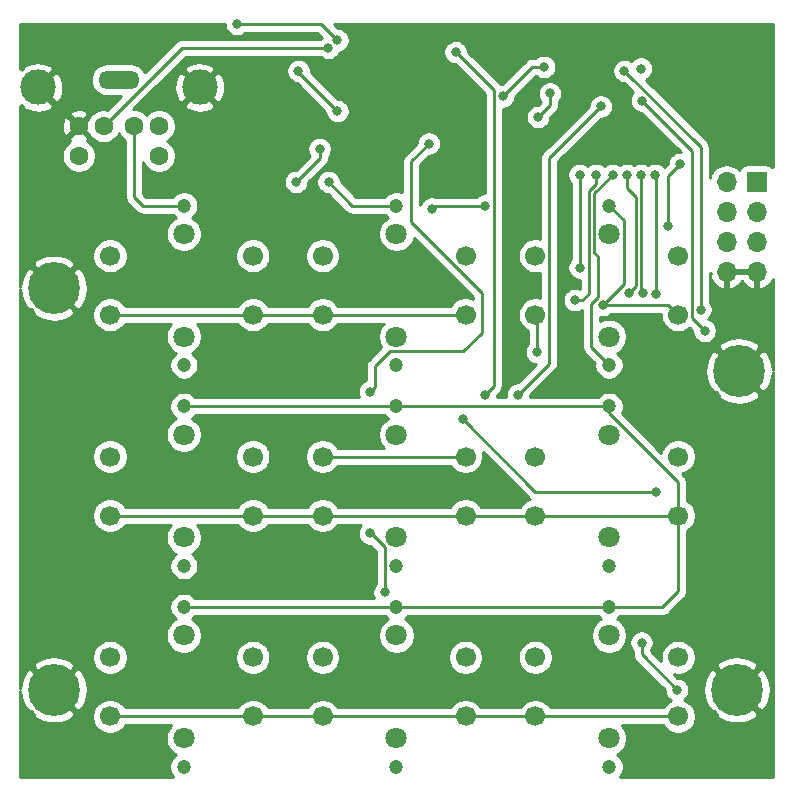
<source format=gbr>
G04 #@! TF.GenerationSoftware,KiCad,Pcbnew,5.1.2-f72e74a~84~ubuntu18.04.1*
G04 #@! TF.CreationDate,2019-07-30T17:21:04-04:00*
G04 #@! TF.ProjectId,kvm-keypad,6b766d2d-6b65-4797-9061-642e6b696361,rev?*
G04 #@! TF.SameCoordinates,Original*
G04 #@! TF.FileFunction,Copper,L2,Bot*
G04 #@! TF.FilePolarity,Positive*
%FSLAX46Y46*%
G04 Gerber Fmt 4.6, Leading zero omitted, Abs format (unit mm)*
G04 Created by KiCad (PCBNEW 5.1.2-f72e74a~84~ubuntu18.04.1) date 2019-07-30 17:21:04*
%MOMM*%
%LPD*%
G04 APERTURE LIST*
%ADD10C,4.400000*%
%ADD11C,0.700000*%
%ADD12O,1.700000X1.700000*%
%ADD13R,1.700000X1.700000*%
%ADD14C,1.600000*%
%ADD15C,3.000000*%
%ADD16O,3.500000X1.500000*%
%ADD17C,1.800000*%
%ADD18C,1.200000*%
%ADD19C,1.700000*%
%ADD20C,0.800000*%
%ADD21C,0.250000*%
%ADD22C,0.254000*%
G04 APERTURE END LIST*
D10*
X91500000Y-60000000D03*
D11*
X93150000Y-60000000D03*
X92666726Y-61166726D03*
X91500000Y-61650000D03*
X90333274Y-61166726D03*
X89850000Y-60000000D03*
X90333274Y-58833274D03*
X91500000Y-58350000D03*
X92666726Y-58833274D03*
X92500000Y-85833274D03*
X91333274Y-85350000D03*
X90166548Y-85833274D03*
X89683274Y-87000000D03*
X90166548Y-88166726D03*
X91333274Y-88650000D03*
X92500000Y-88166726D03*
X92983274Y-87000000D03*
D10*
X91333274Y-87000000D03*
X33500000Y-87000000D03*
D11*
X35150000Y-87000000D03*
X34666726Y-88166726D03*
X33500000Y-88650000D03*
X32333274Y-88166726D03*
X31850000Y-87000000D03*
X32333274Y-85833274D03*
X33500000Y-85350000D03*
X34666726Y-85833274D03*
X34666726Y-51833274D03*
X33500000Y-51350000D03*
X32333274Y-51833274D03*
X31850000Y-53000000D03*
X32333274Y-54166726D03*
X33500000Y-54650000D03*
X34666726Y-54166726D03*
X35150000Y-53000000D03*
D10*
X33500000Y-53000000D03*
D12*
X90460000Y-51620000D03*
X93000000Y-51620000D03*
X90460000Y-49080000D03*
X93000000Y-49080000D03*
X90460000Y-46540000D03*
X93000000Y-46540000D03*
X90460000Y-44000000D03*
D13*
X93000000Y-44000000D03*
D14*
X37700000Y-39280000D03*
X37700000Y-39280000D03*
X40300000Y-39280000D03*
X35600000Y-39280000D03*
X42400000Y-39280000D03*
X42400000Y-41780000D03*
X35600000Y-41780000D03*
D15*
X45850000Y-36000000D03*
X32150000Y-36000000D03*
D16*
X39000000Y-35350000D03*
D17*
X44500000Y-48400000D03*
X44500000Y-57100000D03*
D18*
X44500000Y-46000000D03*
X44500000Y-59500000D03*
D19*
X50350000Y-50250000D03*
X50350000Y-55250000D03*
X38250000Y-50250000D03*
X38250000Y-55250000D03*
X38250000Y-72250000D03*
X38250000Y-67250000D03*
X50350000Y-72250000D03*
X50350000Y-67250000D03*
D18*
X44500000Y-76500000D03*
X44500000Y-63000000D03*
D17*
X44500000Y-74100000D03*
X44500000Y-65400000D03*
D19*
X38250000Y-89250000D03*
X38250000Y-84250000D03*
X50350000Y-89250000D03*
X50350000Y-84250000D03*
D18*
X44500000Y-93500000D03*
X44500000Y-80000000D03*
D17*
X44500000Y-91100000D03*
X44500000Y-82400000D03*
D19*
X56250000Y-55250000D03*
X56250000Y-50250000D03*
X68350000Y-55250000D03*
X68350000Y-50250000D03*
D18*
X62500000Y-59500000D03*
X62500000Y-46000000D03*
D17*
X62500000Y-57100000D03*
X62500000Y-48400000D03*
X62500000Y-65400000D03*
X62500000Y-74100000D03*
D18*
X62500000Y-63000000D03*
X62500000Y-76500000D03*
D19*
X68350000Y-67250000D03*
X68350000Y-72250000D03*
X56250000Y-67250000D03*
X56250000Y-72250000D03*
D17*
X62500000Y-82400000D03*
X62500000Y-91100000D03*
D18*
X62500000Y-80000000D03*
X62500000Y-93500000D03*
D19*
X68350000Y-84250000D03*
X68350000Y-89250000D03*
X56250000Y-84250000D03*
X56250000Y-89250000D03*
D17*
X80500000Y-48400000D03*
X80500000Y-57100000D03*
D18*
X80500000Y-46000000D03*
X80500000Y-59500000D03*
D19*
X86350000Y-50250000D03*
X86350000Y-55250000D03*
X74250000Y-50250000D03*
X74250000Y-55250000D03*
X74250000Y-72250000D03*
X74250000Y-67250000D03*
X86350000Y-72250000D03*
X86350000Y-67250000D03*
D18*
X80500000Y-76500000D03*
X80500000Y-63000000D03*
D17*
X80500000Y-74100000D03*
X80500000Y-65400000D03*
D19*
X74250000Y-89250000D03*
X74250000Y-84250000D03*
X86350000Y-89250000D03*
X86350000Y-84250000D03*
D18*
X80500000Y-93500000D03*
X80500000Y-80000000D03*
D17*
X80500000Y-91100000D03*
X80500000Y-82400000D03*
D20*
X66987347Y-32012653D03*
X67200000Y-38400000D03*
X73000000Y-38400000D03*
X57250000Y-39500000D03*
X51500000Y-43750000D03*
X90000000Y-38000000D03*
X70000000Y-46000000D03*
X57500000Y-32000000D03*
X49000000Y-30625000D03*
X80000000Y-54400000D03*
X74400000Y-58400000D03*
X65500000Y-46250000D03*
X85500000Y-47750000D03*
X86500000Y-42500000D03*
X56750000Y-44000000D03*
X83250000Y-83000000D03*
X86250000Y-87000000D03*
X75000000Y-34250000D03*
X71500000Y-36750000D03*
X75500000Y-36500000D03*
X74500000Y-38500000D03*
X56740742Y-32650792D03*
X78000000Y-43400000D03*
X78000000Y-51250000D03*
X82000000Y-43400000D03*
X82200000Y-53400000D03*
X56000000Y-41200000D03*
X54000000Y-44000000D03*
X72800000Y-62000000D03*
X79800000Y-37600000D03*
X79400000Y-43400000D03*
X77600000Y-54000000D03*
X83400000Y-53400000D03*
X83200000Y-43400000D03*
X83200000Y-34400000D03*
X88600000Y-56600000D03*
X83287347Y-37112653D03*
X65250000Y-40750000D03*
X61500000Y-78750000D03*
X60250000Y-73750000D03*
X60250000Y-61750000D03*
X80800000Y-43400000D03*
X84400000Y-43400000D03*
X84475053Y-53475053D03*
X67500000Y-33000000D03*
X70000000Y-62000000D03*
X68099641Y-64099641D03*
X84500000Y-70250000D03*
X81800000Y-34600000D03*
X88250001Y-54800000D03*
X57500000Y-38000000D03*
X54200000Y-34600000D03*
D21*
X38250000Y-55250000D02*
X50350000Y-55250000D01*
X50350000Y-55250000D02*
X56250000Y-55250000D01*
X56250000Y-55250000D02*
X68350000Y-55250000D01*
X38250000Y-72250000D02*
X50350000Y-72250000D01*
X50350000Y-72250000D02*
X56250000Y-72250000D01*
X56250000Y-72250000D02*
X68350000Y-72250000D01*
X68350000Y-72250000D02*
X74250000Y-72250000D01*
X74250000Y-72250000D02*
X86350000Y-72250000D01*
X80536998Y-89250000D02*
X74250000Y-89250000D01*
X86350000Y-89250000D02*
X80536998Y-89250000D01*
X73047919Y-89250000D02*
X68350000Y-89250000D01*
X74250000Y-89250000D02*
X73047919Y-89250000D01*
X68350000Y-89250000D02*
X56250000Y-89250000D01*
X55047919Y-89250000D02*
X50350000Y-89250000D01*
X56250000Y-89250000D02*
X55047919Y-89250000D01*
X50350000Y-89250000D02*
X38250000Y-89250000D01*
X80500000Y-63000000D02*
X62500000Y-63000000D01*
X62500000Y-63000000D02*
X44500000Y-63000000D01*
X44500000Y-80000000D02*
X62500000Y-80000000D01*
X62500000Y-80000000D02*
X80500000Y-80000000D01*
X86350000Y-72250000D02*
X86350000Y-78650000D01*
X86350000Y-78650000D02*
X85000000Y-80000000D01*
X85000000Y-80000000D02*
X80500000Y-80000000D01*
X86350000Y-71047919D02*
X86350000Y-72250000D01*
X86350000Y-69436998D02*
X86350000Y-71047919D01*
X80500000Y-63586998D02*
X86350000Y-69436998D01*
X80500000Y-63000000D02*
X80500000Y-63586998D01*
X40300000Y-39280000D02*
X40300000Y-45300000D01*
X40300000Y-45300000D02*
X41000000Y-46000000D01*
X41000000Y-46000000D02*
X44500000Y-46000000D01*
X57500000Y-32000000D02*
X56125000Y-30625000D01*
X56125000Y-30625000D02*
X49000000Y-30625000D01*
X85500001Y-54400001D02*
X86350000Y-55250000D01*
X80000000Y-54400000D02*
X85500001Y-54400001D01*
X74400000Y-55400000D02*
X74250000Y-55250000D01*
X74400000Y-58400000D02*
X74400000Y-55400000D01*
X70000000Y-46000000D02*
X65750000Y-46000000D01*
X65750000Y-46000000D02*
X65500000Y-46250000D01*
X85500000Y-47750000D02*
X85500000Y-43500000D01*
X85500000Y-43500000D02*
X86500000Y-42500000D01*
X62500000Y-46000000D02*
X58750000Y-46000000D01*
X58750000Y-46000000D02*
X56750000Y-44000000D01*
X81725001Y-52674999D02*
X81725001Y-47225001D01*
X81725001Y-47225001D02*
X80500000Y-46000000D01*
X80000000Y-54400000D02*
X81725001Y-52674999D01*
X83250000Y-83000000D02*
X83250000Y-84000000D01*
X83250000Y-84000000D02*
X86250000Y-87000000D01*
X75000000Y-34250000D02*
X74000000Y-34250000D01*
X74000000Y-34250000D02*
X71500000Y-36750000D01*
X75500000Y-36500000D02*
X75500000Y-37500000D01*
X75500000Y-37500000D02*
X74500000Y-38500000D01*
X44329208Y-32650792D02*
X37700000Y-39280000D01*
X56740742Y-32650792D02*
X44329208Y-32650792D01*
X78000000Y-43400000D02*
X78000000Y-51250000D01*
X82749990Y-52850010D02*
X82749990Y-45250010D01*
X82200000Y-53400000D02*
X82749990Y-52850010D01*
X82000000Y-44500020D02*
X82000000Y-43400000D01*
X82749990Y-45250010D02*
X82000000Y-44500020D01*
X56000000Y-41200000D02*
X56000000Y-42000000D01*
X56000000Y-42000000D02*
X54000000Y-44000000D01*
X75425001Y-41974999D02*
X75825001Y-41574999D01*
X72800000Y-62000000D02*
X75425001Y-59374999D01*
X75825001Y-41574999D02*
X79800000Y-37600000D01*
X75425001Y-59374999D02*
X75425001Y-41974999D01*
X78799990Y-53450010D02*
X78250000Y-54000000D01*
X78799990Y-44763600D02*
X78799990Y-53450010D01*
X79400000Y-44163590D02*
X78799990Y-44763600D01*
X78250000Y-54000000D02*
X77600000Y-54000000D01*
X79400000Y-43400000D02*
X79400000Y-44163590D01*
X83200000Y-53200000D02*
X83400000Y-53400000D01*
X83200000Y-43400000D02*
X83200000Y-53200000D01*
X68350000Y-67250000D02*
X56250000Y-67250000D01*
X87525000Y-41350306D02*
X83287347Y-37112653D01*
X88600000Y-56600000D02*
X87525000Y-55525000D01*
X87525000Y-55525000D02*
X87525000Y-41350306D01*
X65250000Y-40750000D02*
X63750000Y-42250000D01*
X60336998Y-73750000D02*
X60250000Y-73750000D01*
X61500000Y-78750000D02*
X61500000Y-74913002D01*
X61500000Y-74913002D02*
X60336998Y-73750000D01*
X61924999Y-58325001D02*
X68174999Y-58325001D01*
X60649999Y-59600001D02*
X61924999Y-58325001D01*
X60250000Y-61750000D02*
X60649999Y-61350001D01*
X60649999Y-61350001D02*
X60649999Y-59600001D01*
X68174999Y-58325001D02*
X69750000Y-56750000D01*
X63750000Y-47389002D02*
X63750000Y-44750000D01*
X69750000Y-53389002D02*
X63750000Y-47389002D01*
X69750000Y-56750000D02*
X69750000Y-53389002D01*
X63750000Y-42250000D02*
X63750000Y-44750000D01*
X63750000Y-44750000D02*
X63750000Y-45000000D01*
X79000000Y-58000000D02*
X80500000Y-59500000D01*
X79000000Y-54326998D02*
X79000000Y-58000000D01*
X79549990Y-53777008D02*
X79000000Y-54326998D01*
X79549990Y-50299990D02*
X79549990Y-53777008D01*
X79250000Y-50000000D02*
X79549990Y-50299990D01*
X79250000Y-44950000D02*
X79250000Y-50000000D01*
X80800000Y-43400000D02*
X79250000Y-44950000D01*
X84475053Y-43475053D02*
X84400000Y-43400000D01*
X84475053Y-53475053D02*
X84475053Y-43475053D01*
X70725001Y-61274999D02*
X70000000Y-62000000D01*
X67500000Y-33000000D02*
X70725001Y-36225001D01*
X70725001Y-36225001D02*
X70725001Y-61274999D01*
X68099641Y-64099641D02*
X74250000Y-70250000D01*
X74250000Y-70250000D02*
X84500000Y-70250000D01*
X81800000Y-34600000D02*
X88250001Y-41050001D01*
X88250001Y-41050001D02*
X88250001Y-54800000D01*
X57500000Y-38000000D02*
X54200000Y-34700000D01*
X54200000Y-34700000D02*
X54200000Y-34600000D01*
D22*
G36*
X47965000Y-30726939D02*
G01*
X48004774Y-30926898D01*
X48082795Y-31115256D01*
X48196063Y-31284774D01*
X48340226Y-31428937D01*
X48509744Y-31542205D01*
X48698102Y-31620226D01*
X48898061Y-31660000D01*
X49101939Y-31660000D01*
X49301898Y-31620226D01*
X49490256Y-31542205D01*
X49659774Y-31428937D01*
X49703711Y-31385000D01*
X55810199Y-31385000D01*
X56195516Y-31770317D01*
X56080968Y-31846855D01*
X56037031Y-31890792D01*
X44366531Y-31890792D01*
X44329208Y-31887116D01*
X44291885Y-31890792D01*
X44291875Y-31890792D01*
X44180222Y-31901789D01*
X44036961Y-31945246D01*
X43904932Y-32015818D01*
X43789207Y-32110791D01*
X43765409Y-32139789D01*
X41216801Y-34688398D01*
X41157157Y-34576812D01*
X40984081Y-34365919D01*
X40773188Y-34192843D01*
X40532581Y-34064236D01*
X40271507Y-33985040D01*
X40068037Y-33965000D01*
X37931963Y-33965000D01*
X37728493Y-33985040D01*
X37467419Y-34064236D01*
X37226812Y-34192843D01*
X37015919Y-34365919D01*
X36842843Y-34576812D01*
X36714236Y-34817419D01*
X36635040Y-35078493D01*
X36608299Y-35350000D01*
X36635040Y-35621507D01*
X36714236Y-35882581D01*
X36842843Y-36123188D01*
X37015919Y-36334081D01*
X37226812Y-36507157D01*
X37467419Y-36635764D01*
X37728493Y-36714960D01*
X37931963Y-36735000D01*
X39170199Y-36735000D01*
X38023887Y-37881312D01*
X37841335Y-37845000D01*
X37558665Y-37845000D01*
X37281426Y-37900147D01*
X37020273Y-38008320D01*
X36785241Y-38165363D01*
X36585363Y-38365241D01*
X36428320Y-38600273D01*
X36406391Y-38653214D01*
X35779605Y-39280000D01*
X36406391Y-39906786D01*
X36428320Y-39959727D01*
X36585363Y-40194759D01*
X36785241Y-40394637D01*
X37020273Y-40551680D01*
X37281426Y-40659853D01*
X37558665Y-40715000D01*
X37841335Y-40715000D01*
X38118574Y-40659853D01*
X38379727Y-40551680D01*
X38614759Y-40394637D01*
X38814637Y-40194759D01*
X38971680Y-39959727D01*
X39000000Y-39891356D01*
X39028320Y-39959727D01*
X39185363Y-40194759D01*
X39385241Y-40394637D01*
X39540000Y-40498044D01*
X39540001Y-45262668D01*
X39536324Y-45300000D01*
X39540001Y-45337333D01*
X39550998Y-45448986D01*
X39561882Y-45484866D01*
X39594454Y-45592246D01*
X39665026Y-45724276D01*
X39718974Y-45790011D01*
X39760000Y-45840001D01*
X39788997Y-45863799D01*
X40436205Y-46511008D01*
X40459999Y-46540001D01*
X40488992Y-46563795D01*
X40488996Y-46563799D01*
X40559685Y-46621811D01*
X40575724Y-46634974D01*
X40707753Y-46705546D01*
X40851014Y-46749003D01*
X40962667Y-46760000D01*
X40962676Y-46760000D01*
X40999999Y-46763676D01*
X41037322Y-46760000D01*
X43522494Y-46760000D01*
X43540713Y-46787267D01*
X43712733Y-46959287D01*
X43810053Y-47024314D01*
X43772905Y-47039701D01*
X43521495Y-47207688D01*
X43307688Y-47421495D01*
X43139701Y-47672905D01*
X43023989Y-47952257D01*
X42965000Y-48248816D01*
X42965000Y-48551184D01*
X43023989Y-48847743D01*
X43139701Y-49127095D01*
X43307688Y-49378505D01*
X43521495Y-49592312D01*
X43772905Y-49760299D01*
X44052257Y-49876011D01*
X44348816Y-49935000D01*
X44651184Y-49935000D01*
X44947743Y-49876011D01*
X45227095Y-49760299D01*
X45478505Y-49592312D01*
X45692312Y-49378505D01*
X45860299Y-49127095D01*
X45976011Y-48847743D01*
X46035000Y-48551184D01*
X46035000Y-48248816D01*
X45976011Y-47952257D01*
X45860299Y-47672905D01*
X45692312Y-47421495D01*
X45478505Y-47207688D01*
X45227095Y-47039701D01*
X45189947Y-47024314D01*
X45287267Y-46959287D01*
X45459287Y-46787267D01*
X45594443Y-46584992D01*
X45687540Y-46360236D01*
X45735000Y-46121637D01*
X45735000Y-45878363D01*
X45687540Y-45639764D01*
X45594443Y-45415008D01*
X45459287Y-45212733D01*
X45287267Y-45040713D01*
X45084992Y-44905557D01*
X44860236Y-44812460D01*
X44621637Y-44765000D01*
X44378363Y-44765000D01*
X44139764Y-44812460D01*
X43915008Y-44905557D01*
X43712733Y-45040713D01*
X43540713Y-45212733D01*
X43522494Y-45240000D01*
X41314802Y-45240000D01*
X41060000Y-44985198D01*
X41060000Y-43898061D01*
X52965000Y-43898061D01*
X52965000Y-44101939D01*
X53004774Y-44301898D01*
X53082795Y-44490256D01*
X53196063Y-44659774D01*
X53340226Y-44803937D01*
X53509744Y-44917205D01*
X53698102Y-44995226D01*
X53898061Y-45035000D01*
X54101939Y-45035000D01*
X54301898Y-44995226D01*
X54490256Y-44917205D01*
X54659774Y-44803937D01*
X54803937Y-44659774D01*
X54917205Y-44490256D01*
X54995226Y-44301898D01*
X55035000Y-44101939D01*
X55035000Y-44039801D01*
X56511003Y-42563799D01*
X56540001Y-42540001D01*
X56586949Y-42482795D01*
X56634974Y-42424277D01*
X56705546Y-42292247D01*
X56722911Y-42235000D01*
X56749003Y-42148986D01*
X56760000Y-42037333D01*
X56760000Y-42037324D01*
X56763676Y-42000001D01*
X56760000Y-41962678D01*
X56760000Y-41903711D01*
X56803937Y-41859774D01*
X56917205Y-41690256D01*
X56995226Y-41501898D01*
X57035000Y-41301939D01*
X57035000Y-41098061D01*
X56995226Y-40898102D01*
X56917205Y-40709744D01*
X56803937Y-40540226D01*
X56659774Y-40396063D01*
X56490256Y-40282795D01*
X56301898Y-40204774D01*
X56101939Y-40165000D01*
X55898061Y-40165000D01*
X55698102Y-40204774D01*
X55509744Y-40282795D01*
X55340226Y-40396063D01*
X55196063Y-40540226D01*
X55082795Y-40709744D01*
X55004774Y-40898102D01*
X54965000Y-41098061D01*
X54965000Y-41301939D01*
X55004774Y-41501898D01*
X55082795Y-41690256D01*
X55143737Y-41781462D01*
X53960199Y-42965000D01*
X53898061Y-42965000D01*
X53698102Y-43004774D01*
X53509744Y-43082795D01*
X53340226Y-43196063D01*
X53196063Y-43340226D01*
X53082795Y-43509744D01*
X53004774Y-43698102D01*
X52965000Y-43898061D01*
X41060000Y-43898061D01*
X41060000Y-42294788D01*
X41128320Y-42459727D01*
X41285363Y-42694759D01*
X41485241Y-42894637D01*
X41720273Y-43051680D01*
X41981426Y-43159853D01*
X42258665Y-43215000D01*
X42541335Y-43215000D01*
X42818574Y-43159853D01*
X43079727Y-43051680D01*
X43314759Y-42894637D01*
X43514637Y-42694759D01*
X43671680Y-42459727D01*
X43779853Y-42198574D01*
X43835000Y-41921335D01*
X43835000Y-41638665D01*
X43779853Y-41361426D01*
X43671680Y-41100273D01*
X43514637Y-40865241D01*
X43314759Y-40665363D01*
X43112173Y-40530000D01*
X43314759Y-40394637D01*
X43514637Y-40194759D01*
X43671680Y-39959727D01*
X43779853Y-39698574D01*
X43835000Y-39421335D01*
X43835000Y-39138665D01*
X43779853Y-38861426D01*
X43671680Y-38600273D01*
X43514637Y-38365241D01*
X43314759Y-38165363D01*
X43079727Y-38008320D01*
X42818574Y-37900147D01*
X42541335Y-37845000D01*
X42258665Y-37845000D01*
X41981426Y-37900147D01*
X41720273Y-38008320D01*
X41485241Y-38165363D01*
X41350000Y-38300604D01*
X41214759Y-38165363D01*
X40979727Y-38008320D01*
X40718574Y-37900147D01*
X40441335Y-37845000D01*
X40209801Y-37845000D01*
X40563148Y-37491653D01*
X44537952Y-37491653D01*
X44693962Y-37807214D01*
X45068745Y-37998020D01*
X45473551Y-38112044D01*
X45892824Y-38144902D01*
X46310451Y-38095334D01*
X46710383Y-37965243D01*
X47006038Y-37807214D01*
X47162048Y-37491653D01*
X45850000Y-36179605D01*
X44537952Y-37491653D01*
X40563148Y-37491653D01*
X42011977Y-36042824D01*
X43705098Y-36042824D01*
X43754666Y-36460451D01*
X43884757Y-36860383D01*
X44042786Y-37156038D01*
X44358347Y-37312048D01*
X45670395Y-36000000D01*
X46029605Y-36000000D01*
X47341653Y-37312048D01*
X47657214Y-37156038D01*
X47848020Y-36781255D01*
X47962044Y-36376449D01*
X47994902Y-35957176D01*
X47945334Y-35539549D01*
X47815243Y-35139617D01*
X47657214Y-34843962D01*
X47341653Y-34687952D01*
X46029605Y-36000000D01*
X45670395Y-36000000D01*
X44358347Y-34687952D01*
X44042786Y-34843962D01*
X43851980Y-35218745D01*
X43737956Y-35623551D01*
X43705098Y-36042824D01*
X42011977Y-36042824D01*
X43546454Y-34508347D01*
X44537952Y-34508347D01*
X45850000Y-35820395D01*
X47162048Y-34508347D01*
X47156963Y-34498061D01*
X53165000Y-34498061D01*
X53165000Y-34701939D01*
X53204774Y-34901898D01*
X53282795Y-35090256D01*
X53396063Y-35259774D01*
X53540226Y-35403937D01*
X53709744Y-35517205D01*
X53898102Y-35595226D01*
X54050798Y-35625599D01*
X56465000Y-38039802D01*
X56465000Y-38101939D01*
X56504774Y-38301898D01*
X56582795Y-38490256D01*
X56696063Y-38659774D01*
X56840226Y-38803937D01*
X57009744Y-38917205D01*
X57198102Y-38995226D01*
X57398061Y-39035000D01*
X57601939Y-39035000D01*
X57801898Y-38995226D01*
X57990256Y-38917205D01*
X58159774Y-38803937D01*
X58303937Y-38659774D01*
X58417205Y-38490256D01*
X58495226Y-38301898D01*
X58535000Y-38101939D01*
X58535000Y-37898061D01*
X58495226Y-37698102D01*
X58417205Y-37509744D01*
X58303937Y-37340226D01*
X58159774Y-37196063D01*
X57990256Y-37082795D01*
X57801898Y-37004774D01*
X57601939Y-36965000D01*
X57539802Y-36965000D01*
X55235000Y-34660199D01*
X55235000Y-34498061D01*
X55195226Y-34298102D01*
X55117205Y-34109744D01*
X55003937Y-33940226D01*
X54859774Y-33796063D01*
X54690256Y-33682795D01*
X54501898Y-33604774D01*
X54301939Y-33565000D01*
X54098061Y-33565000D01*
X53898102Y-33604774D01*
X53709744Y-33682795D01*
X53540226Y-33796063D01*
X53396063Y-33940226D01*
X53282795Y-34109744D01*
X53204774Y-34298102D01*
X53165000Y-34498061D01*
X47156963Y-34498061D01*
X47006038Y-34192786D01*
X46631255Y-34001980D01*
X46226449Y-33887956D01*
X45807176Y-33855098D01*
X45389549Y-33904666D01*
X44989617Y-34034757D01*
X44693962Y-34192786D01*
X44537952Y-34508347D01*
X43546454Y-34508347D01*
X44644010Y-33410792D01*
X56037031Y-33410792D01*
X56080968Y-33454729D01*
X56250486Y-33567997D01*
X56438844Y-33646018D01*
X56638803Y-33685792D01*
X56842681Y-33685792D01*
X57042640Y-33646018D01*
X57230998Y-33567997D01*
X57400516Y-33454729D01*
X57544679Y-33310566D01*
X57657947Y-33141048D01*
X57710847Y-33013337D01*
X57801898Y-32995226D01*
X57990256Y-32917205D01*
X58159774Y-32803937D01*
X58303937Y-32659774D01*
X58417205Y-32490256D01*
X58495226Y-32301898D01*
X58535000Y-32101939D01*
X58535000Y-31898061D01*
X58495226Y-31698102D01*
X58417205Y-31509744D01*
X58303937Y-31340226D01*
X58159774Y-31196063D01*
X57990256Y-31082795D01*
X57801898Y-31004774D01*
X57601939Y-30965000D01*
X57539802Y-30965000D01*
X57234801Y-30660000D01*
X94340000Y-30660000D01*
X94340000Y-42746112D01*
X94301185Y-42698815D01*
X94204494Y-42619463D01*
X94094180Y-42560498D01*
X93974482Y-42524188D01*
X93850000Y-42511928D01*
X92150000Y-42511928D01*
X92025518Y-42524188D01*
X91905820Y-42560498D01*
X91795506Y-42619463D01*
X91698815Y-42698815D01*
X91619463Y-42795506D01*
X91560498Y-42905820D01*
X91539607Y-42974687D01*
X91515134Y-42944866D01*
X91289014Y-42759294D01*
X91031034Y-42621401D01*
X90751111Y-42536487D01*
X90532950Y-42515000D01*
X90387050Y-42515000D01*
X90168889Y-42536487D01*
X89888966Y-42621401D01*
X89630986Y-42759294D01*
X89404866Y-42944866D01*
X89219294Y-43170986D01*
X89081401Y-43428966D01*
X89010001Y-43664339D01*
X89010001Y-41087324D01*
X89013677Y-41050001D01*
X89010001Y-41012678D01*
X89010001Y-41012668D01*
X88999004Y-40901015D01*
X88955547Y-40757754D01*
X88913338Y-40678787D01*
X88884975Y-40625724D01*
X88813800Y-40538998D01*
X88790002Y-40510000D01*
X88761005Y-40486203D01*
X83620783Y-35345982D01*
X83690256Y-35317205D01*
X83859774Y-35203937D01*
X84003937Y-35059774D01*
X84117205Y-34890256D01*
X84195226Y-34701898D01*
X84235000Y-34501939D01*
X84235000Y-34298061D01*
X84195226Y-34098102D01*
X84117205Y-33909744D01*
X84003937Y-33740226D01*
X83859774Y-33596063D01*
X83690256Y-33482795D01*
X83501898Y-33404774D01*
X83301939Y-33365000D01*
X83098061Y-33365000D01*
X82898102Y-33404774D01*
X82709744Y-33482795D01*
X82540226Y-33596063D01*
X82396063Y-33740226D01*
X82389935Y-33749398D01*
X82290256Y-33682795D01*
X82101898Y-33604774D01*
X81901939Y-33565000D01*
X81698061Y-33565000D01*
X81498102Y-33604774D01*
X81309744Y-33682795D01*
X81140226Y-33796063D01*
X80996063Y-33940226D01*
X80882795Y-34109744D01*
X80804774Y-34298102D01*
X80765000Y-34498061D01*
X80765000Y-34701939D01*
X80804774Y-34901898D01*
X80882795Y-35090256D01*
X80996063Y-35259774D01*
X81140226Y-35403937D01*
X81309744Y-35517205D01*
X81498102Y-35595226D01*
X81698061Y-35635000D01*
X81760199Y-35635000D01*
X82530744Y-36405545D01*
X82483410Y-36452879D01*
X82370142Y-36622397D01*
X82292121Y-36810755D01*
X82252347Y-37010714D01*
X82252347Y-37214592D01*
X82292121Y-37414551D01*
X82370142Y-37602909D01*
X82483410Y-37772427D01*
X82627573Y-37916590D01*
X82797091Y-38029858D01*
X82985449Y-38107879D01*
X83185408Y-38147653D01*
X83247546Y-38147653D01*
X86564892Y-41465000D01*
X86398061Y-41465000D01*
X86198102Y-41504774D01*
X86009744Y-41582795D01*
X85840226Y-41696063D01*
X85696063Y-41840226D01*
X85582795Y-42009744D01*
X85504774Y-42198102D01*
X85465000Y-42398061D01*
X85465000Y-42460198D01*
X85194455Y-42730744D01*
X85059774Y-42596063D01*
X84890256Y-42482795D01*
X84701898Y-42404774D01*
X84501939Y-42365000D01*
X84298061Y-42365000D01*
X84098102Y-42404774D01*
X83909744Y-42482795D01*
X83800000Y-42556123D01*
X83690256Y-42482795D01*
X83501898Y-42404774D01*
X83301939Y-42365000D01*
X83098061Y-42365000D01*
X82898102Y-42404774D01*
X82709744Y-42482795D01*
X82600000Y-42556123D01*
X82490256Y-42482795D01*
X82301898Y-42404774D01*
X82101939Y-42365000D01*
X81898061Y-42365000D01*
X81698102Y-42404774D01*
X81509744Y-42482795D01*
X81400000Y-42556123D01*
X81290256Y-42482795D01*
X81101898Y-42404774D01*
X80901939Y-42365000D01*
X80698061Y-42365000D01*
X80498102Y-42404774D01*
X80309744Y-42482795D01*
X80140226Y-42596063D01*
X80100000Y-42636289D01*
X80059774Y-42596063D01*
X79890256Y-42482795D01*
X79701898Y-42404774D01*
X79501939Y-42365000D01*
X79298061Y-42365000D01*
X79098102Y-42404774D01*
X78909744Y-42482795D01*
X78740226Y-42596063D01*
X78700000Y-42636289D01*
X78659774Y-42596063D01*
X78490256Y-42482795D01*
X78301898Y-42404774D01*
X78101939Y-42365000D01*
X77898061Y-42365000D01*
X77698102Y-42404774D01*
X77509744Y-42482795D01*
X77340226Y-42596063D01*
X77196063Y-42740226D01*
X77082795Y-42909744D01*
X77004774Y-43098102D01*
X76965000Y-43298061D01*
X76965000Y-43501939D01*
X77004774Y-43701898D01*
X77082795Y-43890256D01*
X77196063Y-44059774D01*
X77240000Y-44103711D01*
X77240001Y-50546288D01*
X77196063Y-50590226D01*
X77082795Y-50759744D01*
X77004774Y-50948102D01*
X76965000Y-51148061D01*
X76965000Y-51351939D01*
X77004774Y-51551898D01*
X77082795Y-51740256D01*
X77196063Y-51909774D01*
X77340226Y-52053937D01*
X77509744Y-52167205D01*
X77698102Y-52245226D01*
X77898061Y-52285000D01*
X78039991Y-52285000D01*
X78039991Y-53061974D01*
X77901898Y-53004774D01*
X77701939Y-52965000D01*
X77498061Y-52965000D01*
X77298102Y-53004774D01*
X77109744Y-53082795D01*
X76940226Y-53196063D01*
X76796063Y-53340226D01*
X76682795Y-53509744D01*
X76604774Y-53698102D01*
X76565000Y-53898061D01*
X76565000Y-54101939D01*
X76604774Y-54301898D01*
X76682795Y-54490256D01*
X76796063Y-54659774D01*
X76940226Y-54803937D01*
X77109744Y-54917205D01*
X77298102Y-54995226D01*
X77498061Y-55035000D01*
X77701939Y-55035000D01*
X77901898Y-54995226D01*
X78090256Y-54917205D01*
X78240000Y-54817149D01*
X78240001Y-57962668D01*
X78236324Y-58000000D01*
X78240001Y-58037333D01*
X78250998Y-58148986D01*
X78257492Y-58170395D01*
X78294454Y-58292246D01*
X78365026Y-58424276D01*
X78428763Y-58501939D01*
X78460000Y-58540001D01*
X78488998Y-58563799D01*
X79271398Y-59346199D01*
X79265000Y-59378363D01*
X79265000Y-59621637D01*
X79312460Y-59860236D01*
X79405557Y-60084992D01*
X79540713Y-60287267D01*
X79712733Y-60459287D01*
X79915008Y-60594443D01*
X80139764Y-60687540D01*
X80378363Y-60735000D01*
X80621637Y-60735000D01*
X80860236Y-60687540D01*
X81084992Y-60594443D01*
X81287267Y-60459287D01*
X81459287Y-60287267D01*
X81594443Y-60084992D01*
X81623362Y-60015174D01*
X88651322Y-60015174D01*
X88709019Y-60570632D01*
X88873972Y-61104161D01*
X89122982Y-61570024D01*
X89510225Y-61810170D01*
X89551189Y-61769206D01*
X89568175Y-61794627D01*
X89705373Y-61931825D01*
X89730794Y-61948811D01*
X89689830Y-61989775D01*
X89929976Y-62377018D01*
X90423877Y-62637641D01*
X90959133Y-62796901D01*
X91515174Y-62848678D01*
X92070632Y-62790981D01*
X92604161Y-62626028D01*
X93070024Y-62377018D01*
X93310170Y-61989775D01*
X91500000Y-60179605D01*
X91115359Y-60564246D01*
X91098373Y-60538825D01*
X90961175Y-60401627D01*
X90935754Y-60384641D01*
X91320395Y-60000000D01*
X89510225Y-58189830D01*
X89122982Y-58429976D01*
X88862359Y-58923877D01*
X88703099Y-59459133D01*
X88651322Y-60015174D01*
X81623362Y-60015174D01*
X81687540Y-59860236D01*
X81735000Y-59621637D01*
X81735000Y-59378363D01*
X81687540Y-59139764D01*
X81594443Y-58915008D01*
X81459287Y-58712733D01*
X81287267Y-58540713D01*
X81189947Y-58475686D01*
X81227095Y-58460299D01*
X81478505Y-58292312D01*
X81692312Y-58078505D01*
X81737935Y-58010225D01*
X89689830Y-58010225D01*
X91500000Y-59820395D01*
X93310170Y-58010225D01*
X93070024Y-57622982D01*
X92576123Y-57362359D01*
X92040867Y-57203099D01*
X91484826Y-57151322D01*
X90929368Y-57209019D01*
X90395839Y-57373972D01*
X89929976Y-57622982D01*
X89689830Y-58010225D01*
X81737935Y-58010225D01*
X81860299Y-57827095D01*
X81976011Y-57547743D01*
X82035000Y-57251184D01*
X82035000Y-56948816D01*
X81976011Y-56652257D01*
X81860299Y-56372905D01*
X81692312Y-56121495D01*
X81478505Y-55907688D01*
X81227095Y-55739701D01*
X80947743Y-55623989D01*
X80651184Y-55565000D01*
X80348816Y-55565000D01*
X80052257Y-55623989D01*
X79772905Y-55739701D01*
X79760000Y-55748324D01*
X79760000Y-55407538D01*
X79898061Y-55435000D01*
X80101939Y-55435000D01*
X80301898Y-55395226D01*
X80490256Y-55317205D01*
X80659774Y-55203937D01*
X80703712Y-55159999D01*
X84865000Y-55160001D01*
X84865000Y-55396260D01*
X84922068Y-55683158D01*
X85034010Y-55953411D01*
X85196525Y-56196632D01*
X85403368Y-56403475D01*
X85646589Y-56565990D01*
X85916842Y-56677932D01*
X86203740Y-56735000D01*
X86496260Y-56735000D01*
X86783158Y-56677932D01*
X87053411Y-56565990D01*
X87296632Y-56403475D01*
X87312653Y-56387454D01*
X87565000Y-56639802D01*
X87565000Y-56701939D01*
X87604774Y-56901898D01*
X87682795Y-57090256D01*
X87796063Y-57259774D01*
X87940226Y-57403937D01*
X88109744Y-57517205D01*
X88298102Y-57595226D01*
X88498061Y-57635000D01*
X88701939Y-57635000D01*
X88901898Y-57595226D01*
X89090256Y-57517205D01*
X89259774Y-57403937D01*
X89403937Y-57259774D01*
X89517205Y-57090256D01*
X89595226Y-56901898D01*
X89635000Y-56701939D01*
X89635000Y-56498061D01*
X89595226Y-56298102D01*
X89517205Y-56109744D01*
X89403937Y-55940226D01*
X89259774Y-55796063D01*
X89090256Y-55682795D01*
X88905987Y-55606468D01*
X88909775Y-55603937D01*
X89053938Y-55459774D01*
X89167206Y-55290256D01*
X89245227Y-55101898D01*
X89285001Y-54901939D01*
X89285001Y-54698061D01*
X89245227Y-54498102D01*
X89167206Y-54309744D01*
X89053938Y-54140226D01*
X89010001Y-54096289D01*
X89010001Y-51747002D01*
X89139844Y-51747002D01*
X89018524Y-51976890D01*
X89063175Y-52124099D01*
X89188359Y-52386920D01*
X89362412Y-52620269D01*
X89578645Y-52815178D01*
X89828748Y-52964157D01*
X90103109Y-53061481D01*
X90333000Y-52940814D01*
X90333000Y-51747000D01*
X90587000Y-51747000D01*
X90587000Y-52940814D01*
X90816891Y-53061481D01*
X91091252Y-52964157D01*
X91341355Y-52815178D01*
X91557588Y-52620269D01*
X91730000Y-52389120D01*
X91902412Y-52620269D01*
X92118645Y-52815178D01*
X92368748Y-52964157D01*
X92643109Y-53061481D01*
X92873000Y-52940814D01*
X92873000Y-51747000D01*
X90587000Y-51747000D01*
X90333000Y-51747000D01*
X90313000Y-51747000D01*
X90313000Y-51493000D01*
X90333000Y-51493000D01*
X90333000Y-51473000D01*
X90587000Y-51473000D01*
X90587000Y-51493000D01*
X92873000Y-51493000D01*
X92873000Y-51473000D01*
X93127000Y-51473000D01*
X93127000Y-51493000D01*
X93147000Y-51493000D01*
X93147000Y-51747000D01*
X93127000Y-51747000D01*
X93127000Y-52940814D01*
X93356891Y-53061481D01*
X93631252Y-52964157D01*
X93881355Y-52815178D01*
X94097588Y-52620269D01*
X94271641Y-52386920D01*
X94340000Y-52243401D01*
X94340000Y-59901286D01*
X94290981Y-59429368D01*
X94126028Y-58895839D01*
X93877018Y-58429976D01*
X93489775Y-58189830D01*
X91679605Y-60000000D01*
X93489775Y-61810170D01*
X93877018Y-61570024D01*
X94137641Y-61076123D01*
X94296901Y-60540867D01*
X94340000Y-60078015D01*
X94340001Y-94340000D01*
X81406554Y-94340000D01*
X81459287Y-94287267D01*
X81594443Y-94084992D01*
X81687540Y-93860236D01*
X81735000Y-93621637D01*
X81735000Y-93378363D01*
X81687540Y-93139764D01*
X81594443Y-92915008D01*
X81459287Y-92712733D01*
X81287267Y-92540713D01*
X81189947Y-92475686D01*
X81227095Y-92460299D01*
X81478505Y-92292312D01*
X81692312Y-92078505D01*
X81860299Y-91827095D01*
X81976011Y-91547743D01*
X82035000Y-91251184D01*
X82035000Y-90948816D01*
X81976011Y-90652257D01*
X81860299Y-90372905D01*
X81692312Y-90121495D01*
X81580817Y-90010000D01*
X85071822Y-90010000D01*
X85196525Y-90196632D01*
X85403368Y-90403475D01*
X85646589Y-90565990D01*
X85916842Y-90677932D01*
X86203740Y-90735000D01*
X86496260Y-90735000D01*
X86783158Y-90677932D01*
X87053411Y-90565990D01*
X87296632Y-90403475D01*
X87503475Y-90196632D01*
X87665990Y-89953411D01*
X87777932Y-89683158D01*
X87835000Y-89396260D01*
X87835000Y-89103740D01*
X87777932Y-88816842D01*
X87665990Y-88546589D01*
X87503475Y-88303368D01*
X87296632Y-88096525D01*
X87053411Y-87934010D01*
X86844569Y-87847505D01*
X86909774Y-87803937D01*
X87053937Y-87659774D01*
X87167205Y-87490256D01*
X87245226Y-87301898D01*
X87285000Y-87101939D01*
X87285000Y-87015174D01*
X88484596Y-87015174D01*
X88542293Y-87570632D01*
X88707246Y-88104161D01*
X88956256Y-88570024D01*
X89343499Y-88810170D01*
X89384463Y-88769206D01*
X89401449Y-88794627D01*
X89538647Y-88931825D01*
X89564068Y-88948811D01*
X89523104Y-88989775D01*
X89763250Y-89377018D01*
X90257151Y-89637641D01*
X90792407Y-89796901D01*
X91348448Y-89848678D01*
X91903906Y-89790981D01*
X92437435Y-89626028D01*
X92903298Y-89377018D01*
X93143444Y-88989775D01*
X91333274Y-87179605D01*
X90948633Y-87564246D01*
X90931647Y-87538825D01*
X90794449Y-87401627D01*
X90769028Y-87384641D01*
X91153669Y-87000000D01*
X91512879Y-87000000D01*
X93323049Y-88810170D01*
X93710292Y-88570024D01*
X93970915Y-88076123D01*
X94130175Y-87540867D01*
X94181952Y-86984826D01*
X94124255Y-86429368D01*
X93959302Y-85895839D01*
X93710292Y-85429976D01*
X93323049Y-85189830D01*
X91512879Y-87000000D01*
X91153669Y-87000000D01*
X89343499Y-85189830D01*
X88956256Y-85429976D01*
X88695633Y-85923877D01*
X88536373Y-86459133D01*
X88484596Y-87015174D01*
X87285000Y-87015174D01*
X87285000Y-86898061D01*
X87245226Y-86698102D01*
X87167205Y-86509744D01*
X87053937Y-86340226D01*
X86909774Y-86196063D01*
X86740256Y-86082795D01*
X86551898Y-86004774D01*
X86351939Y-85965000D01*
X86289802Y-85965000D01*
X86024061Y-85699259D01*
X86203740Y-85735000D01*
X86496260Y-85735000D01*
X86783158Y-85677932D01*
X87053411Y-85565990D01*
X87296632Y-85403475D01*
X87503475Y-85196632D01*
X87628028Y-85010225D01*
X89523104Y-85010225D01*
X91333274Y-86820395D01*
X93143444Y-85010225D01*
X92903298Y-84622982D01*
X92409397Y-84362359D01*
X91874141Y-84203099D01*
X91318100Y-84151322D01*
X90762642Y-84209019D01*
X90229113Y-84373972D01*
X89763250Y-84622982D01*
X89523104Y-85010225D01*
X87628028Y-85010225D01*
X87665990Y-84953411D01*
X87777932Y-84683158D01*
X87835000Y-84396260D01*
X87835000Y-84103740D01*
X87777932Y-83816842D01*
X87665990Y-83546589D01*
X87503475Y-83303368D01*
X87296632Y-83096525D01*
X87053411Y-82934010D01*
X86783158Y-82822068D01*
X86496260Y-82765000D01*
X86203740Y-82765000D01*
X85916842Y-82822068D01*
X85646589Y-82934010D01*
X85403368Y-83096525D01*
X85196525Y-83303368D01*
X85034010Y-83546589D01*
X84922068Y-83816842D01*
X84865000Y-84103740D01*
X84865000Y-84396260D01*
X84900741Y-84575939D01*
X84019256Y-83694455D01*
X84053937Y-83659774D01*
X84167205Y-83490256D01*
X84245226Y-83301898D01*
X84285000Y-83101939D01*
X84285000Y-82898061D01*
X84245226Y-82698102D01*
X84167205Y-82509744D01*
X84053937Y-82340226D01*
X83909774Y-82196063D01*
X83740256Y-82082795D01*
X83551898Y-82004774D01*
X83351939Y-81965000D01*
X83148061Y-81965000D01*
X82948102Y-82004774D01*
X82759744Y-82082795D01*
X82590226Y-82196063D01*
X82446063Y-82340226D01*
X82332795Y-82509744D01*
X82254774Y-82698102D01*
X82215000Y-82898061D01*
X82215000Y-83101939D01*
X82254774Y-83301898D01*
X82332795Y-83490256D01*
X82446063Y-83659774D01*
X82490001Y-83703712D01*
X82490001Y-83962668D01*
X82486324Y-84000000D01*
X82500998Y-84148985D01*
X82544454Y-84292246D01*
X82615026Y-84424276D01*
X82661770Y-84481233D01*
X82710000Y-84540001D01*
X82738998Y-84563799D01*
X85215000Y-87039802D01*
X85215000Y-87101939D01*
X85254774Y-87301898D01*
X85332795Y-87490256D01*
X85446063Y-87659774D01*
X85590226Y-87803937D01*
X85731967Y-87898645D01*
X85646589Y-87934010D01*
X85403368Y-88096525D01*
X85196525Y-88303368D01*
X85071822Y-88490000D01*
X75528178Y-88490000D01*
X75403475Y-88303368D01*
X75196632Y-88096525D01*
X74953411Y-87934010D01*
X74683158Y-87822068D01*
X74396260Y-87765000D01*
X74103740Y-87765000D01*
X73816842Y-87822068D01*
X73546589Y-87934010D01*
X73303368Y-88096525D01*
X73096525Y-88303368D01*
X72971822Y-88490000D01*
X69628178Y-88490000D01*
X69503475Y-88303368D01*
X69296632Y-88096525D01*
X69053411Y-87934010D01*
X68783158Y-87822068D01*
X68496260Y-87765000D01*
X68203740Y-87765000D01*
X67916842Y-87822068D01*
X67646589Y-87934010D01*
X67403368Y-88096525D01*
X67196525Y-88303368D01*
X67071822Y-88490000D01*
X57528178Y-88490000D01*
X57403475Y-88303368D01*
X57196632Y-88096525D01*
X56953411Y-87934010D01*
X56683158Y-87822068D01*
X56396260Y-87765000D01*
X56103740Y-87765000D01*
X55816842Y-87822068D01*
X55546589Y-87934010D01*
X55303368Y-88096525D01*
X55096525Y-88303368D01*
X54971822Y-88490000D01*
X51628178Y-88490000D01*
X51503475Y-88303368D01*
X51296632Y-88096525D01*
X51053411Y-87934010D01*
X50783158Y-87822068D01*
X50496260Y-87765000D01*
X50203740Y-87765000D01*
X49916842Y-87822068D01*
X49646589Y-87934010D01*
X49403368Y-88096525D01*
X49196525Y-88303368D01*
X49071822Y-88490000D01*
X39528178Y-88490000D01*
X39403475Y-88303368D01*
X39196632Y-88096525D01*
X38953411Y-87934010D01*
X38683158Y-87822068D01*
X38396260Y-87765000D01*
X38103740Y-87765000D01*
X37816842Y-87822068D01*
X37546589Y-87934010D01*
X37303368Y-88096525D01*
X37096525Y-88303368D01*
X36934010Y-88546589D01*
X36822068Y-88816842D01*
X36765000Y-89103740D01*
X36765000Y-89396260D01*
X36822068Y-89683158D01*
X36934010Y-89953411D01*
X37096525Y-90196632D01*
X37303368Y-90403475D01*
X37546589Y-90565990D01*
X37816842Y-90677932D01*
X38103740Y-90735000D01*
X38396260Y-90735000D01*
X38683158Y-90677932D01*
X38953411Y-90565990D01*
X39196632Y-90403475D01*
X39403475Y-90196632D01*
X39528178Y-90010000D01*
X43419183Y-90010000D01*
X43307688Y-90121495D01*
X43139701Y-90372905D01*
X43023989Y-90652257D01*
X42965000Y-90948816D01*
X42965000Y-91251184D01*
X43023989Y-91547743D01*
X43139701Y-91827095D01*
X43307688Y-92078505D01*
X43521495Y-92292312D01*
X43772905Y-92460299D01*
X43810053Y-92475686D01*
X43712733Y-92540713D01*
X43540713Y-92712733D01*
X43405557Y-92915008D01*
X43312460Y-93139764D01*
X43265000Y-93378363D01*
X43265000Y-93621637D01*
X43312460Y-93860236D01*
X43405557Y-94084992D01*
X43540713Y-94287267D01*
X43593446Y-94340000D01*
X30660000Y-94340000D01*
X30660000Y-87098718D01*
X30709019Y-87570632D01*
X30873972Y-88104161D01*
X31122982Y-88570024D01*
X31510225Y-88810170D01*
X31551189Y-88769206D01*
X31568175Y-88794627D01*
X31705373Y-88931825D01*
X31730794Y-88948811D01*
X31689830Y-88989775D01*
X31929976Y-89377018D01*
X32423877Y-89637641D01*
X32959133Y-89796901D01*
X33515174Y-89848678D01*
X34070632Y-89790981D01*
X34604161Y-89626028D01*
X35070024Y-89377018D01*
X35310170Y-88989775D01*
X33500000Y-87179605D01*
X33115359Y-87564246D01*
X33098373Y-87538825D01*
X32961175Y-87401627D01*
X32935754Y-87384641D01*
X33320395Y-87000000D01*
X33679605Y-87000000D01*
X35489775Y-88810170D01*
X35877018Y-88570024D01*
X36137641Y-88076123D01*
X36296901Y-87540867D01*
X36348678Y-86984826D01*
X36290981Y-86429368D01*
X36126028Y-85895839D01*
X35877018Y-85429976D01*
X35489775Y-85189830D01*
X33679605Y-87000000D01*
X33320395Y-87000000D01*
X31510225Y-85189830D01*
X31122982Y-85429976D01*
X30862359Y-85923877D01*
X30703099Y-86459133D01*
X30660000Y-86921980D01*
X30660000Y-85010225D01*
X31689830Y-85010225D01*
X33500000Y-86820395D01*
X35310170Y-85010225D01*
X35070024Y-84622982D01*
X34576123Y-84362359D01*
X34040867Y-84203099D01*
X33484826Y-84151322D01*
X32929368Y-84209019D01*
X32395839Y-84373972D01*
X31929976Y-84622982D01*
X31689830Y-85010225D01*
X30660000Y-85010225D01*
X30660000Y-84103740D01*
X36765000Y-84103740D01*
X36765000Y-84396260D01*
X36822068Y-84683158D01*
X36934010Y-84953411D01*
X37096525Y-85196632D01*
X37303368Y-85403475D01*
X37546589Y-85565990D01*
X37816842Y-85677932D01*
X38103740Y-85735000D01*
X38396260Y-85735000D01*
X38683158Y-85677932D01*
X38953411Y-85565990D01*
X39196632Y-85403475D01*
X39403475Y-85196632D01*
X39565990Y-84953411D01*
X39677932Y-84683158D01*
X39735000Y-84396260D01*
X39735000Y-84103740D01*
X48865000Y-84103740D01*
X48865000Y-84396260D01*
X48922068Y-84683158D01*
X49034010Y-84953411D01*
X49196525Y-85196632D01*
X49403368Y-85403475D01*
X49646589Y-85565990D01*
X49916842Y-85677932D01*
X50203740Y-85735000D01*
X50496260Y-85735000D01*
X50783158Y-85677932D01*
X51053411Y-85565990D01*
X51296632Y-85403475D01*
X51503475Y-85196632D01*
X51665990Y-84953411D01*
X51777932Y-84683158D01*
X51835000Y-84396260D01*
X51835000Y-84103740D01*
X54765000Y-84103740D01*
X54765000Y-84396260D01*
X54822068Y-84683158D01*
X54934010Y-84953411D01*
X55096525Y-85196632D01*
X55303368Y-85403475D01*
X55546589Y-85565990D01*
X55816842Y-85677932D01*
X56103740Y-85735000D01*
X56396260Y-85735000D01*
X56683158Y-85677932D01*
X56953411Y-85565990D01*
X57196632Y-85403475D01*
X57403475Y-85196632D01*
X57565990Y-84953411D01*
X57677932Y-84683158D01*
X57735000Y-84396260D01*
X57735000Y-84103740D01*
X66865000Y-84103740D01*
X66865000Y-84396260D01*
X66922068Y-84683158D01*
X67034010Y-84953411D01*
X67196525Y-85196632D01*
X67403368Y-85403475D01*
X67646589Y-85565990D01*
X67916842Y-85677932D01*
X68203740Y-85735000D01*
X68496260Y-85735000D01*
X68783158Y-85677932D01*
X69053411Y-85565990D01*
X69296632Y-85403475D01*
X69503475Y-85196632D01*
X69665990Y-84953411D01*
X69777932Y-84683158D01*
X69835000Y-84396260D01*
X69835000Y-84103740D01*
X72765000Y-84103740D01*
X72765000Y-84396260D01*
X72822068Y-84683158D01*
X72934010Y-84953411D01*
X73096525Y-85196632D01*
X73303368Y-85403475D01*
X73546589Y-85565990D01*
X73816842Y-85677932D01*
X74103740Y-85735000D01*
X74396260Y-85735000D01*
X74683158Y-85677932D01*
X74953411Y-85565990D01*
X75196632Y-85403475D01*
X75403475Y-85196632D01*
X75565990Y-84953411D01*
X75677932Y-84683158D01*
X75735000Y-84396260D01*
X75735000Y-84103740D01*
X75677932Y-83816842D01*
X75565990Y-83546589D01*
X75403475Y-83303368D01*
X75196632Y-83096525D01*
X74953411Y-82934010D01*
X74683158Y-82822068D01*
X74396260Y-82765000D01*
X74103740Y-82765000D01*
X73816842Y-82822068D01*
X73546589Y-82934010D01*
X73303368Y-83096525D01*
X73096525Y-83303368D01*
X72934010Y-83546589D01*
X72822068Y-83816842D01*
X72765000Y-84103740D01*
X69835000Y-84103740D01*
X69777932Y-83816842D01*
X69665990Y-83546589D01*
X69503475Y-83303368D01*
X69296632Y-83096525D01*
X69053411Y-82934010D01*
X68783158Y-82822068D01*
X68496260Y-82765000D01*
X68203740Y-82765000D01*
X67916842Y-82822068D01*
X67646589Y-82934010D01*
X67403368Y-83096525D01*
X67196525Y-83303368D01*
X67034010Y-83546589D01*
X66922068Y-83816842D01*
X66865000Y-84103740D01*
X57735000Y-84103740D01*
X57677932Y-83816842D01*
X57565990Y-83546589D01*
X57403475Y-83303368D01*
X57196632Y-83096525D01*
X56953411Y-82934010D01*
X56683158Y-82822068D01*
X56396260Y-82765000D01*
X56103740Y-82765000D01*
X55816842Y-82822068D01*
X55546589Y-82934010D01*
X55303368Y-83096525D01*
X55096525Y-83303368D01*
X54934010Y-83546589D01*
X54822068Y-83816842D01*
X54765000Y-84103740D01*
X51835000Y-84103740D01*
X51777932Y-83816842D01*
X51665990Y-83546589D01*
X51503475Y-83303368D01*
X51296632Y-83096525D01*
X51053411Y-82934010D01*
X50783158Y-82822068D01*
X50496260Y-82765000D01*
X50203740Y-82765000D01*
X49916842Y-82822068D01*
X49646589Y-82934010D01*
X49403368Y-83096525D01*
X49196525Y-83303368D01*
X49034010Y-83546589D01*
X48922068Y-83816842D01*
X48865000Y-84103740D01*
X39735000Y-84103740D01*
X39677932Y-83816842D01*
X39565990Y-83546589D01*
X39403475Y-83303368D01*
X39196632Y-83096525D01*
X38953411Y-82934010D01*
X38683158Y-82822068D01*
X38396260Y-82765000D01*
X38103740Y-82765000D01*
X37816842Y-82822068D01*
X37546589Y-82934010D01*
X37303368Y-83096525D01*
X37096525Y-83303368D01*
X36934010Y-83546589D01*
X36822068Y-83816842D01*
X36765000Y-84103740D01*
X30660000Y-84103740D01*
X30660000Y-67103740D01*
X36765000Y-67103740D01*
X36765000Y-67396260D01*
X36822068Y-67683158D01*
X36934010Y-67953411D01*
X37096525Y-68196632D01*
X37303368Y-68403475D01*
X37546589Y-68565990D01*
X37816842Y-68677932D01*
X38103740Y-68735000D01*
X38396260Y-68735000D01*
X38683158Y-68677932D01*
X38953411Y-68565990D01*
X39196632Y-68403475D01*
X39403475Y-68196632D01*
X39565990Y-67953411D01*
X39677932Y-67683158D01*
X39735000Y-67396260D01*
X39735000Y-67103740D01*
X48865000Y-67103740D01*
X48865000Y-67396260D01*
X48922068Y-67683158D01*
X49034010Y-67953411D01*
X49196525Y-68196632D01*
X49403368Y-68403475D01*
X49646589Y-68565990D01*
X49916842Y-68677932D01*
X50203740Y-68735000D01*
X50496260Y-68735000D01*
X50783158Y-68677932D01*
X51053411Y-68565990D01*
X51296632Y-68403475D01*
X51503475Y-68196632D01*
X51665990Y-67953411D01*
X51777932Y-67683158D01*
X51835000Y-67396260D01*
X51835000Y-67103740D01*
X51777932Y-66816842D01*
X51665990Y-66546589D01*
X51503475Y-66303368D01*
X51296632Y-66096525D01*
X51053411Y-65934010D01*
X50783158Y-65822068D01*
X50496260Y-65765000D01*
X50203740Y-65765000D01*
X49916842Y-65822068D01*
X49646589Y-65934010D01*
X49403368Y-66096525D01*
X49196525Y-66303368D01*
X49034010Y-66546589D01*
X48922068Y-66816842D01*
X48865000Y-67103740D01*
X39735000Y-67103740D01*
X39677932Y-66816842D01*
X39565990Y-66546589D01*
X39403475Y-66303368D01*
X39196632Y-66096525D01*
X38953411Y-65934010D01*
X38683158Y-65822068D01*
X38396260Y-65765000D01*
X38103740Y-65765000D01*
X37816842Y-65822068D01*
X37546589Y-65934010D01*
X37303368Y-66096525D01*
X37096525Y-66303368D01*
X36934010Y-66546589D01*
X36822068Y-66816842D01*
X36765000Y-67103740D01*
X30660000Y-67103740D01*
X30660000Y-53098718D01*
X30709019Y-53570632D01*
X30873972Y-54104161D01*
X31122982Y-54570024D01*
X31510225Y-54810170D01*
X31551189Y-54769206D01*
X31568175Y-54794627D01*
X31705373Y-54931825D01*
X31730794Y-54948811D01*
X31689830Y-54989775D01*
X31929976Y-55377018D01*
X32423877Y-55637641D01*
X32959133Y-55796901D01*
X33515174Y-55848678D01*
X34070632Y-55790981D01*
X34604161Y-55626028D01*
X35070024Y-55377018D01*
X35239495Y-55103740D01*
X36765000Y-55103740D01*
X36765000Y-55396260D01*
X36822068Y-55683158D01*
X36934010Y-55953411D01*
X37096525Y-56196632D01*
X37303368Y-56403475D01*
X37546589Y-56565990D01*
X37816842Y-56677932D01*
X38103740Y-56735000D01*
X38396260Y-56735000D01*
X38683158Y-56677932D01*
X38953411Y-56565990D01*
X39196632Y-56403475D01*
X39403475Y-56196632D01*
X39528178Y-56010000D01*
X43419183Y-56010000D01*
X43307688Y-56121495D01*
X43139701Y-56372905D01*
X43023989Y-56652257D01*
X42965000Y-56948816D01*
X42965000Y-57251184D01*
X43023989Y-57547743D01*
X43139701Y-57827095D01*
X43307688Y-58078505D01*
X43521495Y-58292312D01*
X43772905Y-58460299D01*
X43810053Y-58475686D01*
X43712733Y-58540713D01*
X43540713Y-58712733D01*
X43405557Y-58915008D01*
X43312460Y-59139764D01*
X43265000Y-59378363D01*
X43265000Y-59621637D01*
X43312460Y-59860236D01*
X43405557Y-60084992D01*
X43540713Y-60287267D01*
X43712733Y-60459287D01*
X43915008Y-60594443D01*
X44139764Y-60687540D01*
X44378363Y-60735000D01*
X44621637Y-60735000D01*
X44860236Y-60687540D01*
X45084992Y-60594443D01*
X45287267Y-60459287D01*
X45459287Y-60287267D01*
X45594443Y-60084992D01*
X45687540Y-59860236D01*
X45735000Y-59621637D01*
X45735000Y-59378363D01*
X45687540Y-59139764D01*
X45594443Y-58915008D01*
X45459287Y-58712733D01*
X45287267Y-58540713D01*
X45189947Y-58475686D01*
X45227095Y-58460299D01*
X45478505Y-58292312D01*
X45692312Y-58078505D01*
X45860299Y-57827095D01*
X45976011Y-57547743D01*
X46035000Y-57251184D01*
X46035000Y-56948816D01*
X45976011Y-56652257D01*
X45860299Y-56372905D01*
X45692312Y-56121495D01*
X45580817Y-56010000D01*
X49071822Y-56010000D01*
X49196525Y-56196632D01*
X49403368Y-56403475D01*
X49646589Y-56565990D01*
X49916842Y-56677932D01*
X50203740Y-56735000D01*
X50496260Y-56735000D01*
X50783158Y-56677932D01*
X51053411Y-56565990D01*
X51296632Y-56403475D01*
X51503475Y-56196632D01*
X51628178Y-56010000D01*
X54971822Y-56010000D01*
X55096525Y-56196632D01*
X55303368Y-56403475D01*
X55546589Y-56565990D01*
X55816842Y-56677932D01*
X56103740Y-56735000D01*
X56396260Y-56735000D01*
X56683158Y-56677932D01*
X56953411Y-56565990D01*
X57196632Y-56403475D01*
X57403475Y-56196632D01*
X57528178Y-56010000D01*
X61419183Y-56010000D01*
X61307688Y-56121495D01*
X61139701Y-56372905D01*
X61023989Y-56652257D01*
X60965000Y-56948816D01*
X60965000Y-57251184D01*
X61023989Y-57547743D01*
X61139701Y-57827095D01*
X61223175Y-57952023D01*
X60138997Y-59036202D01*
X60109999Y-59060000D01*
X60086201Y-59088998D01*
X60086200Y-59088999D01*
X60015025Y-59175725D01*
X59944453Y-59307755D01*
X59923035Y-59378363D01*
X59900997Y-59451015D01*
X59895799Y-59503791D01*
X59886323Y-59600001D01*
X59890000Y-59637333D01*
X59889999Y-60778841D01*
X59759744Y-60832795D01*
X59590226Y-60946063D01*
X59446063Y-61090226D01*
X59332795Y-61259744D01*
X59254774Y-61448102D01*
X59215000Y-61648061D01*
X59215000Y-61851939D01*
X59254774Y-62051898D01*
X59332689Y-62240000D01*
X45477506Y-62240000D01*
X45459287Y-62212733D01*
X45287267Y-62040713D01*
X45084992Y-61905557D01*
X44860236Y-61812460D01*
X44621637Y-61765000D01*
X44378363Y-61765000D01*
X44139764Y-61812460D01*
X43915008Y-61905557D01*
X43712733Y-62040713D01*
X43540713Y-62212733D01*
X43405557Y-62415008D01*
X43312460Y-62639764D01*
X43265000Y-62878363D01*
X43265000Y-63121637D01*
X43312460Y-63360236D01*
X43405557Y-63584992D01*
X43540713Y-63787267D01*
X43712733Y-63959287D01*
X43810053Y-64024314D01*
X43772905Y-64039701D01*
X43521495Y-64207688D01*
X43307688Y-64421495D01*
X43139701Y-64672905D01*
X43023989Y-64952257D01*
X42965000Y-65248816D01*
X42965000Y-65551184D01*
X43023989Y-65847743D01*
X43139701Y-66127095D01*
X43307688Y-66378505D01*
X43521495Y-66592312D01*
X43772905Y-66760299D01*
X44052257Y-66876011D01*
X44348816Y-66935000D01*
X44651184Y-66935000D01*
X44947743Y-66876011D01*
X45227095Y-66760299D01*
X45478505Y-66592312D01*
X45692312Y-66378505D01*
X45860299Y-66127095D01*
X45976011Y-65847743D01*
X46035000Y-65551184D01*
X46035000Y-65248816D01*
X45976011Y-64952257D01*
X45860299Y-64672905D01*
X45692312Y-64421495D01*
X45478505Y-64207688D01*
X45227095Y-64039701D01*
X45189947Y-64024314D01*
X45287267Y-63959287D01*
X45459287Y-63787267D01*
X45477506Y-63760000D01*
X61522494Y-63760000D01*
X61540713Y-63787267D01*
X61712733Y-63959287D01*
X61810053Y-64024314D01*
X61772905Y-64039701D01*
X61521495Y-64207688D01*
X61307688Y-64421495D01*
X61139701Y-64672905D01*
X61023989Y-64952257D01*
X60965000Y-65248816D01*
X60965000Y-65551184D01*
X61023989Y-65847743D01*
X61139701Y-66127095D01*
X61307688Y-66378505D01*
X61419183Y-66490000D01*
X57528178Y-66490000D01*
X57403475Y-66303368D01*
X57196632Y-66096525D01*
X56953411Y-65934010D01*
X56683158Y-65822068D01*
X56396260Y-65765000D01*
X56103740Y-65765000D01*
X55816842Y-65822068D01*
X55546589Y-65934010D01*
X55303368Y-66096525D01*
X55096525Y-66303368D01*
X54934010Y-66546589D01*
X54822068Y-66816842D01*
X54765000Y-67103740D01*
X54765000Y-67396260D01*
X54822068Y-67683158D01*
X54934010Y-67953411D01*
X55096525Y-68196632D01*
X55303368Y-68403475D01*
X55546589Y-68565990D01*
X55816842Y-68677932D01*
X56103740Y-68735000D01*
X56396260Y-68735000D01*
X56683158Y-68677932D01*
X56953411Y-68565990D01*
X57196632Y-68403475D01*
X57403475Y-68196632D01*
X57528178Y-68010000D01*
X67071822Y-68010000D01*
X67196525Y-68196632D01*
X67403368Y-68403475D01*
X67646589Y-68565990D01*
X67916842Y-68677932D01*
X68203740Y-68735000D01*
X68496260Y-68735000D01*
X68783158Y-68677932D01*
X69053411Y-68565990D01*
X69296632Y-68403475D01*
X69503475Y-68196632D01*
X69665990Y-67953411D01*
X69777932Y-67683158D01*
X69835000Y-67396260D01*
X69835000Y-67103740D01*
X69786844Y-66861645D01*
X73686201Y-70761003D01*
X73709999Y-70790001D01*
X73738997Y-70813799D01*
X73771804Y-70840723D01*
X73546589Y-70934010D01*
X73303368Y-71096525D01*
X73096525Y-71303368D01*
X72971822Y-71490000D01*
X69628178Y-71490000D01*
X69503475Y-71303368D01*
X69296632Y-71096525D01*
X69053411Y-70934010D01*
X68783158Y-70822068D01*
X68496260Y-70765000D01*
X68203740Y-70765000D01*
X67916842Y-70822068D01*
X67646589Y-70934010D01*
X67403368Y-71096525D01*
X67196525Y-71303368D01*
X67071822Y-71490000D01*
X57528178Y-71490000D01*
X57403475Y-71303368D01*
X57196632Y-71096525D01*
X56953411Y-70934010D01*
X56683158Y-70822068D01*
X56396260Y-70765000D01*
X56103740Y-70765000D01*
X55816842Y-70822068D01*
X55546589Y-70934010D01*
X55303368Y-71096525D01*
X55096525Y-71303368D01*
X54971822Y-71490000D01*
X51628178Y-71490000D01*
X51503475Y-71303368D01*
X51296632Y-71096525D01*
X51053411Y-70934010D01*
X50783158Y-70822068D01*
X50496260Y-70765000D01*
X50203740Y-70765000D01*
X49916842Y-70822068D01*
X49646589Y-70934010D01*
X49403368Y-71096525D01*
X49196525Y-71303368D01*
X49071822Y-71490000D01*
X39528178Y-71490000D01*
X39403475Y-71303368D01*
X39196632Y-71096525D01*
X38953411Y-70934010D01*
X38683158Y-70822068D01*
X38396260Y-70765000D01*
X38103740Y-70765000D01*
X37816842Y-70822068D01*
X37546589Y-70934010D01*
X37303368Y-71096525D01*
X37096525Y-71303368D01*
X36934010Y-71546589D01*
X36822068Y-71816842D01*
X36765000Y-72103740D01*
X36765000Y-72396260D01*
X36822068Y-72683158D01*
X36934010Y-72953411D01*
X37096525Y-73196632D01*
X37303368Y-73403475D01*
X37546589Y-73565990D01*
X37816842Y-73677932D01*
X38103740Y-73735000D01*
X38396260Y-73735000D01*
X38683158Y-73677932D01*
X38953411Y-73565990D01*
X39196632Y-73403475D01*
X39403475Y-73196632D01*
X39528178Y-73010000D01*
X43419183Y-73010000D01*
X43307688Y-73121495D01*
X43139701Y-73372905D01*
X43023989Y-73652257D01*
X42965000Y-73948816D01*
X42965000Y-74251184D01*
X43023989Y-74547743D01*
X43139701Y-74827095D01*
X43307688Y-75078505D01*
X43521495Y-75292312D01*
X43772905Y-75460299D01*
X43810053Y-75475686D01*
X43712733Y-75540713D01*
X43540713Y-75712733D01*
X43405557Y-75915008D01*
X43312460Y-76139764D01*
X43265000Y-76378363D01*
X43265000Y-76621637D01*
X43312460Y-76860236D01*
X43405557Y-77084992D01*
X43540713Y-77287267D01*
X43712733Y-77459287D01*
X43915008Y-77594443D01*
X44139764Y-77687540D01*
X44378363Y-77735000D01*
X44621637Y-77735000D01*
X44860236Y-77687540D01*
X45084992Y-77594443D01*
X45287267Y-77459287D01*
X45459287Y-77287267D01*
X45594443Y-77084992D01*
X45687540Y-76860236D01*
X45735000Y-76621637D01*
X45735000Y-76378363D01*
X45687540Y-76139764D01*
X45594443Y-75915008D01*
X45459287Y-75712733D01*
X45287267Y-75540713D01*
X45189947Y-75475686D01*
X45227095Y-75460299D01*
X45478505Y-75292312D01*
X45692312Y-75078505D01*
X45860299Y-74827095D01*
X45976011Y-74547743D01*
X46035000Y-74251184D01*
X46035000Y-73948816D01*
X45976011Y-73652257D01*
X45860299Y-73372905D01*
X45692312Y-73121495D01*
X45580817Y-73010000D01*
X49071822Y-73010000D01*
X49196525Y-73196632D01*
X49403368Y-73403475D01*
X49646589Y-73565990D01*
X49916842Y-73677932D01*
X50203740Y-73735000D01*
X50496260Y-73735000D01*
X50783158Y-73677932D01*
X51053411Y-73565990D01*
X51296632Y-73403475D01*
X51503475Y-73196632D01*
X51628178Y-73010000D01*
X54971822Y-73010000D01*
X55096525Y-73196632D01*
X55303368Y-73403475D01*
X55546589Y-73565990D01*
X55816842Y-73677932D01*
X56103740Y-73735000D01*
X56396260Y-73735000D01*
X56683158Y-73677932D01*
X56953411Y-73565990D01*
X57196632Y-73403475D01*
X57403475Y-73196632D01*
X57528178Y-73010000D01*
X59526289Y-73010000D01*
X59446063Y-73090226D01*
X59332795Y-73259744D01*
X59254774Y-73448102D01*
X59215000Y-73648061D01*
X59215000Y-73851939D01*
X59254774Y-74051898D01*
X59332795Y-74240256D01*
X59446063Y-74409774D01*
X59590226Y-74553937D01*
X59759744Y-74667205D01*
X59948102Y-74745226D01*
X60148061Y-74785000D01*
X60297197Y-74785000D01*
X60740001Y-75227805D01*
X60740000Y-78046289D01*
X60696063Y-78090226D01*
X60582795Y-78259744D01*
X60504774Y-78448102D01*
X60465000Y-78648061D01*
X60465000Y-78851939D01*
X60504774Y-79051898D01*
X60582689Y-79240000D01*
X45477506Y-79240000D01*
X45459287Y-79212733D01*
X45287267Y-79040713D01*
X45084992Y-78905557D01*
X44860236Y-78812460D01*
X44621637Y-78765000D01*
X44378363Y-78765000D01*
X44139764Y-78812460D01*
X43915008Y-78905557D01*
X43712733Y-79040713D01*
X43540713Y-79212733D01*
X43405557Y-79415008D01*
X43312460Y-79639764D01*
X43265000Y-79878363D01*
X43265000Y-80121637D01*
X43312460Y-80360236D01*
X43405557Y-80584992D01*
X43540713Y-80787267D01*
X43712733Y-80959287D01*
X43810053Y-81024314D01*
X43772905Y-81039701D01*
X43521495Y-81207688D01*
X43307688Y-81421495D01*
X43139701Y-81672905D01*
X43023989Y-81952257D01*
X42965000Y-82248816D01*
X42965000Y-82551184D01*
X43023989Y-82847743D01*
X43139701Y-83127095D01*
X43307688Y-83378505D01*
X43521495Y-83592312D01*
X43772905Y-83760299D01*
X44052257Y-83876011D01*
X44348816Y-83935000D01*
X44651184Y-83935000D01*
X44947743Y-83876011D01*
X45227095Y-83760299D01*
X45478505Y-83592312D01*
X45692312Y-83378505D01*
X45860299Y-83127095D01*
X45976011Y-82847743D01*
X46035000Y-82551184D01*
X46035000Y-82248816D01*
X45976011Y-81952257D01*
X45860299Y-81672905D01*
X45692312Y-81421495D01*
X45478505Y-81207688D01*
X45227095Y-81039701D01*
X45189947Y-81024314D01*
X45287267Y-80959287D01*
X45459287Y-80787267D01*
X45477506Y-80760000D01*
X61522494Y-80760000D01*
X61540713Y-80787267D01*
X61712733Y-80959287D01*
X61810053Y-81024314D01*
X61772905Y-81039701D01*
X61521495Y-81207688D01*
X61307688Y-81421495D01*
X61139701Y-81672905D01*
X61023989Y-81952257D01*
X60965000Y-82248816D01*
X60965000Y-82551184D01*
X61023989Y-82847743D01*
X61139701Y-83127095D01*
X61307688Y-83378505D01*
X61521495Y-83592312D01*
X61772905Y-83760299D01*
X62052257Y-83876011D01*
X62348816Y-83935000D01*
X62651184Y-83935000D01*
X62947743Y-83876011D01*
X63227095Y-83760299D01*
X63478505Y-83592312D01*
X63692312Y-83378505D01*
X63860299Y-83127095D01*
X63976011Y-82847743D01*
X64035000Y-82551184D01*
X64035000Y-82248816D01*
X63976011Y-81952257D01*
X63860299Y-81672905D01*
X63692312Y-81421495D01*
X63478505Y-81207688D01*
X63227095Y-81039701D01*
X63189947Y-81024314D01*
X63287267Y-80959287D01*
X63459287Y-80787267D01*
X63477506Y-80760000D01*
X79522494Y-80760000D01*
X79540713Y-80787267D01*
X79712733Y-80959287D01*
X79810053Y-81024314D01*
X79772905Y-81039701D01*
X79521495Y-81207688D01*
X79307688Y-81421495D01*
X79139701Y-81672905D01*
X79023989Y-81952257D01*
X78965000Y-82248816D01*
X78965000Y-82551184D01*
X79023989Y-82847743D01*
X79139701Y-83127095D01*
X79307688Y-83378505D01*
X79521495Y-83592312D01*
X79772905Y-83760299D01*
X80052257Y-83876011D01*
X80348816Y-83935000D01*
X80651184Y-83935000D01*
X80947743Y-83876011D01*
X81227095Y-83760299D01*
X81478505Y-83592312D01*
X81692312Y-83378505D01*
X81860299Y-83127095D01*
X81976011Y-82847743D01*
X82035000Y-82551184D01*
X82035000Y-82248816D01*
X81976011Y-81952257D01*
X81860299Y-81672905D01*
X81692312Y-81421495D01*
X81478505Y-81207688D01*
X81227095Y-81039701D01*
X81189947Y-81024314D01*
X81287267Y-80959287D01*
X81459287Y-80787267D01*
X81477506Y-80760000D01*
X84962678Y-80760000D01*
X85000000Y-80763676D01*
X85037322Y-80760000D01*
X85037333Y-80760000D01*
X85148986Y-80749003D01*
X85292247Y-80705546D01*
X85424276Y-80634974D01*
X85540001Y-80540001D01*
X85563804Y-80510997D01*
X86861003Y-79213799D01*
X86890001Y-79190001D01*
X86984974Y-79074276D01*
X87055546Y-78942247D01*
X87099003Y-78798986D01*
X87110000Y-78687333D01*
X87110000Y-78687324D01*
X87113676Y-78650001D01*
X87110000Y-78612678D01*
X87110000Y-73528178D01*
X87296632Y-73403475D01*
X87503475Y-73196632D01*
X87665990Y-72953411D01*
X87777932Y-72683158D01*
X87835000Y-72396260D01*
X87835000Y-72103740D01*
X87777932Y-71816842D01*
X87665990Y-71546589D01*
X87503475Y-71303368D01*
X87296632Y-71096525D01*
X87110000Y-70971822D01*
X87110000Y-69474320D01*
X87113676Y-69436997D01*
X87110000Y-69399674D01*
X87110000Y-69399665D01*
X87099003Y-69288012D01*
X87055546Y-69144751D01*
X86984974Y-69012722D01*
X86890001Y-68896997D01*
X86861004Y-68873200D01*
X86685218Y-68697414D01*
X86783158Y-68677932D01*
X87053411Y-68565990D01*
X87296632Y-68403475D01*
X87503475Y-68196632D01*
X87665990Y-67953411D01*
X87777932Y-67683158D01*
X87835000Y-67396260D01*
X87835000Y-67103740D01*
X87777932Y-66816842D01*
X87665990Y-66546589D01*
X87503475Y-66303368D01*
X87296632Y-66096525D01*
X87053411Y-65934010D01*
X86783158Y-65822068D01*
X86496260Y-65765000D01*
X86203740Y-65765000D01*
X85916842Y-65822068D01*
X85646589Y-65934010D01*
X85403368Y-66096525D01*
X85196525Y-66303368D01*
X85034010Y-66546589D01*
X84922068Y-66816842D01*
X84902586Y-66914783D01*
X81585772Y-63597969D01*
X81594443Y-63584992D01*
X81687540Y-63360236D01*
X81735000Y-63121637D01*
X81735000Y-62878363D01*
X81687540Y-62639764D01*
X81594443Y-62415008D01*
X81459287Y-62212733D01*
X81287267Y-62040713D01*
X81084992Y-61905557D01*
X80860236Y-61812460D01*
X80621637Y-61765000D01*
X80378363Y-61765000D01*
X80139764Y-61812460D01*
X79915008Y-61905557D01*
X79712733Y-62040713D01*
X79540713Y-62212733D01*
X79522494Y-62240000D01*
X73807538Y-62240000D01*
X73835000Y-62101939D01*
X73835000Y-62039801D01*
X75936005Y-59938797D01*
X75965002Y-59915000D01*
X76009946Y-59860236D01*
X76059975Y-59799276D01*
X76130547Y-59667246D01*
X76150945Y-59600001D01*
X76174004Y-59523985D01*
X76185001Y-59412332D01*
X76185001Y-59412322D01*
X76188677Y-59375000D01*
X76185001Y-59337677D01*
X76185001Y-42289801D01*
X76388800Y-42086002D01*
X76388804Y-42085997D01*
X79839803Y-38635000D01*
X79901939Y-38635000D01*
X80101898Y-38595226D01*
X80290256Y-38517205D01*
X80459774Y-38403937D01*
X80603937Y-38259774D01*
X80717205Y-38090256D01*
X80795226Y-37901898D01*
X80835000Y-37701939D01*
X80835000Y-37498061D01*
X80795226Y-37298102D01*
X80717205Y-37109744D01*
X80603937Y-36940226D01*
X80459774Y-36796063D01*
X80290256Y-36682795D01*
X80101898Y-36604774D01*
X79901939Y-36565000D01*
X79698061Y-36565000D01*
X79498102Y-36604774D01*
X79309744Y-36682795D01*
X79140226Y-36796063D01*
X78996063Y-36940226D01*
X78882795Y-37109744D01*
X78804774Y-37298102D01*
X78765000Y-37498061D01*
X78765000Y-37560197D01*
X75314003Y-41011196D01*
X75313998Y-41011200D01*
X74913999Y-41411200D01*
X74885001Y-41434998D01*
X74861203Y-41463996D01*
X74861202Y-41463997D01*
X74790027Y-41550723D01*
X74719455Y-41682753D01*
X74702394Y-41738998D01*
X74675999Y-41826013D01*
X74665146Y-41936201D01*
X74661325Y-41974999D01*
X74665002Y-42012332D01*
X74665002Y-48818456D01*
X74396260Y-48765000D01*
X74103740Y-48765000D01*
X73816842Y-48822068D01*
X73546589Y-48934010D01*
X73303368Y-49096525D01*
X73096525Y-49303368D01*
X72934010Y-49546589D01*
X72822068Y-49816842D01*
X72765000Y-50103740D01*
X72765000Y-50396260D01*
X72822068Y-50683158D01*
X72934010Y-50953411D01*
X73096525Y-51196632D01*
X73303368Y-51403475D01*
X73546589Y-51565990D01*
X73816842Y-51677932D01*
X74103740Y-51735000D01*
X74396260Y-51735000D01*
X74665001Y-51681544D01*
X74665001Y-53818456D01*
X74396260Y-53765000D01*
X74103740Y-53765000D01*
X73816842Y-53822068D01*
X73546589Y-53934010D01*
X73303368Y-54096525D01*
X73096525Y-54303368D01*
X72934010Y-54546589D01*
X72822068Y-54816842D01*
X72765000Y-55103740D01*
X72765000Y-55396260D01*
X72822068Y-55683158D01*
X72934010Y-55953411D01*
X73096525Y-56196632D01*
X73303368Y-56403475D01*
X73546589Y-56565990D01*
X73640001Y-56604682D01*
X73640000Y-57696289D01*
X73596063Y-57740226D01*
X73482795Y-57909744D01*
X73404774Y-58098102D01*
X73365000Y-58298061D01*
X73365000Y-58501939D01*
X73404774Y-58701898D01*
X73482795Y-58890256D01*
X73596063Y-59059774D01*
X73740226Y-59203937D01*
X73909744Y-59317205D01*
X74098102Y-59395226D01*
X74291503Y-59433695D01*
X72760199Y-60965000D01*
X72698061Y-60965000D01*
X72498102Y-61004774D01*
X72309744Y-61082795D01*
X72140226Y-61196063D01*
X71996063Y-61340226D01*
X71882795Y-61509744D01*
X71804774Y-61698102D01*
X71765000Y-61898061D01*
X71765000Y-62101939D01*
X71792462Y-62240000D01*
X71007538Y-62240000D01*
X71035000Y-62101939D01*
X71035000Y-62039802D01*
X71236003Y-61838798D01*
X71265002Y-61815000D01*
X71359975Y-61699275D01*
X71430547Y-61567246D01*
X71474004Y-61423985D01*
X71485001Y-61312332D01*
X71485001Y-61312323D01*
X71488677Y-61275000D01*
X71485001Y-61237677D01*
X71485001Y-38398061D01*
X73465000Y-38398061D01*
X73465000Y-38601939D01*
X73504774Y-38801898D01*
X73582795Y-38990256D01*
X73696063Y-39159774D01*
X73840226Y-39303937D01*
X74009744Y-39417205D01*
X74198102Y-39495226D01*
X74398061Y-39535000D01*
X74601939Y-39535000D01*
X74801898Y-39495226D01*
X74990256Y-39417205D01*
X75159774Y-39303937D01*
X75303937Y-39159774D01*
X75417205Y-38990256D01*
X75495226Y-38801898D01*
X75535000Y-38601939D01*
X75535000Y-38539801D01*
X76011003Y-38063799D01*
X76040001Y-38040001D01*
X76134974Y-37924276D01*
X76205546Y-37792247D01*
X76249003Y-37648986D01*
X76260000Y-37537333D01*
X76263677Y-37500000D01*
X76260000Y-37462667D01*
X76260000Y-37203711D01*
X76303937Y-37159774D01*
X76417205Y-36990256D01*
X76495226Y-36801898D01*
X76535000Y-36601939D01*
X76535000Y-36398061D01*
X76495226Y-36198102D01*
X76417205Y-36009744D01*
X76303937Y-35840226D01*
X76159774Y-35696063D01*
X75990256Y-35582795D01*
X75801898Y-35504774D01*
X75601939Y-35465000D01*
X75398061Y-35465000D01*
X75198102Y-35504774D01*
X75009744Y-35582795D01*
X74840226Y-35696063D01*
X74696063Y-35840226D01*
X74582795Y-36009744D01*
X74504774Y-36198102D01*
X74465000Y-36398061D01*
X74465000Y-36601939D01*
X74504774Y-36801898D01*
X74582795Y-36990256D01*
X74696063Y-37159774D01*
X74730744Y-37194455D01*
X74460199Y-37465000D01*
X74398061Y-37465000D01*
X74198102Y-37504774D01*
X74009744Y-37582795D01*
X73840226Y-37696063D01*
X73696063Y-37840226D01*
X73582795Y-38009744D01*
X73504774Y-38198102D01*
X73465000Y-38398061D01*
X71485001Y-38398061D01*
X71485001Y-37785000D01*
X71601939Y-37785000D01*
X71801898Y-37745226D01*
X71990256Y-37667205D01*
X72159774Y-37553937D01*
X72303937Y-37409774D01*
X72417205Y-37240256D01*
X72495226Y-37051898D01*
X72535000Y-36851939D01*
X72535000Y-36789801D01*
X74305545Y-35019256D01*
X74340226Y-35053937D01*
X74509744Y-35167205D01*
X74698102Y-35245226D01*
X74898061Y-35285000D01*
X75101939Y-35285000D01*
X75301898Y-35245226D01*
X75490256Y-35167205D01*
X75659774Y-35053937D01*
X75803937Y-34909774D01*
X75917205Y-34740256D01*
X75995226Y-34551898D01*
X76035000Y-34351939D01*
X76035000Y-34148061D01*
X75995226Y-33948102D01*
X75917205Y-33759744D01*
X75803937Y-33590226D01*
X75659774Y-33446063D01*
X75490256Y-33332795D01*
X75301898Y-33254774D01*
X75101939Y-33215000D01*
X74898061Y-33215000D01*
X74698102Y-33254774D01*
X74509744Y-33332795D01*
X74340226Y-33446063D01*
X74296289Y-33490000D01*
X74037323Y-33490000D01*
X74000000Y-33486324D01*
X73962677Y-33490000D01*
X73962667Y-33490000D01*
X73851014Y-33500997D01*
X73707753Y-33544454D01*
X73575723Y-33615026D01*
X73537960Y-33646018D01*
X73459999Y-33709999D01*
X73436201Y-33738997D01*
X71460199Y-35715000D01*
X71398061Y-35715000D01*
X71304840Y-35733543D01*
X71288800Y-35713998D01*
X71265002Y-35685000D01*
X71236005Y-35661203D01*
X68535000Y-32960199D01*
X68535000Y-32898061D01*
X68495226Y-32698102D01*
X68417205Y-32509744D01*
X68303937Y-32340226D01*
X68159774Y-32196063D01*
X67990256Y-32082795D01*
X67801898Y-32004774D01*
X67601939Y-31965000D01*
X67398061Y-31965000D01*
X67198102Y-32004774D01*
X67009744Y-32082795D01*
X66840226Y-32196063D01*
X66696063Y-32340226D01*
X66582795Y-32509744D01*
X66504774Y-32698102D01*
X66465000Y-32898061D01*
X66465000Y-33101939D01*
X66504774Y-33301898D01*
X66582795Y-33490256D01*
X66696063Y-33659774D01*
X66840226Y-33803937D01*
X67009744Y-33917205D01*
X67198102Y-33995226D01*
X67398061Y-34035000D01*
X67460199Y-34035000D01*
X69965001Y-36539803D01*
X69965001Y-44965000D01*
X69898061Y-44965000D01*
X69698102Y-45004774D01*
X69509744Y-45082795D01*
X69340226Y-45196063D01*
X69296289Y-45240000D01*
X65787322Y-45240000D01*
X65749999Y-45236324D01*
X65722673Y-45239015D01*
X65601939Y-45215000D01*
X65398061Y-45215000D01*
X65198102Y-45254774D01*
X65009744Y-45332795D01*
X64840226Y-45446063D01*
X64696063Y-45590226D01*
X64582795Y-45759744D01*
X64510000Y-45935485D01*
X64510000Y-42564801D01*
X65289802Y-41785000D01*
X65351939Y-41785000D01*
X65551898Y-41745226D01*
X65740256Y-41667205D01*
X65909774Y-41553937D01*
X66053937Y-41409774D01*
X66167205Y-41240256D01*
X66245226Y-41051898D01*
X66285000Y-40851939D01*
X66285000Y-40648061D01*
X66245226Y-40448102D01*
X66167205Y-40259744D01*
X66053937Y-40090226D01*
X65909774Y-39946063D01*
X65740256Y-39832795D01*
X65551898Y-39754774D01*
X65351939Y-39715000D01*
X65148061Y-39715000D01*
X64948102Y-39754774D01*
X64759744Y-39832795D01*
X64590226Y-39946063D01*
X64446063Y-40090226D01*
X64332795Y-40259744D01*
X64254774Y-40448102D01*
X64215000Y-40648061D01*
X64215000Y-40710198D01*
X63239003Y-41686196D01*
X63209999Y-41709999D01*
X63172619Y-41755547D01*
X63115026Y-41825724D01*
X63055974Y-41936201D01*
X63044454Y-41957754D01*
X63000997Y-42101015D01*
X62990000Y-42212668D01*
X62990000Y-42212678D01*
X62986324Y-42250000D01*
X62990000Y-42287323D01*
X62990001Y-44712658D01*
X62990000Y-44712668D01*
X62990000Y-44866210D01*
X62860236Y-44812460D01*
X62621637Y-44765000D01*
X62378363Y-44765000D01*
X62139764Y-44812460D01*
X61915008Y-44905557D01*
X61712733Y-45040713D01*
X61540713Y-45212733D01*
X61522494Y-45240000D01*
X59064802Y-45240000D01*
X57785000Y-43960199D01*
X57785000Y-43898061D01*
X57745226Y-43698102D01*
X57667205Y-43509744D01*
X57553937Y-43340226D01*
X57409774Y-43196063D01*
X57240256Y-43082795D01*
X57051898Y-43004774D01*
X56851939Y-42965000D01*
X56648061Y-42965000D01*
X56448102Y-43004774D01*
X56259744Y-43082795D01*
X56090226Y-43196063D01*
X55946063Y-43340226D01*
X55832795Y-43509744D01*
X55754774Y-43698102D01*
X55715000Y-43898061D01*
X55715000Y-44101939D01*
X55754774Y-44301898D01*
X55832795Y-44490256D01*
X55946063Y-44659774D01*
X56090226Y-44803937D01*
X56259744Y-44917205D01*
X56448102Y-44995226D01*
X56648061Y-45035000D01*
X56710199Y-45035000D01*
X58186200Y-46511002D01*
X58209999Y-46540001D01*
X58238997Y-46563799D01*
X58325723Y-46634974D01*
X58457751Y-46705545D01*
X58457753Y-46705546D01*
X58601014Y-46749003D01*
X58712667Y-46760000D01*
X58712676Y-46760000D01*
X58749999Y-46763676D01*
X58787322Y-46760000D01*
X61522494Y-46760000D01*
X61540713Y-46787267D01*
X61712733Y-46959287D01*
X61810053Y-47024314D01*
X61772905Y-47039701D01*
X61521495Y-47207688D01*
X61307688Y-47421495D01*
X61139701Y-47672905D01*
X61023989Y-47952257D01*
X60965000Y-48248816D01*
X60965000Y-48551184D01*
X61023989Y-48847743D01*
X61139701Y-49127095D01*
X61307688Y-49378505D01*
X61521495Y-49592312D01*
X61772905Y-49760299D01*
X62052257Y-49876011D01*
X62348816Y-49935000D01*
X62651184Y-49935000D01*
X62947743Y-49876011D01*
X63227095Y-49760299D01*
X63478505Y-49592312D01*
X63692312Y-49378505D01*
X63860299Y-49127095D01*
X63976011Y-48847743D01*
X64002213Y-48716016D01*
X68990001Y-53703806D01*
X68990001Y-53907745D01*
X68783158Y-53822068D01*
X68496260Y-53765000D01*
X68203740Y-53765000D01*
X67916842Y-53822068D01*
X67646589Y-53934010D01*
X67403368Y-54096525D01*
X67196525Y-54303368D01*
X67071822Y-54490000D01*
X57528178Y-54490000D01*
X57403475Y-54303368D01*
X57196632Y-54096525D01*
X56953411Y-53934010D01*
X56683158Y-53822068D01*
X56396260Y-53765000D01*
X56103740Y-53765000D01*
X55816842Y-53822068D01*
X55546589Y-53934010D01*
X55303368Y-54096525D01*
X55096525Y-54303368D01*
X54971822Y-54490000D01*
X51628178Y-54490000D01*
X51503475Y-54303368D01*
X51296632Y-54096525D01*
X51053411Y-53934010D01*
X50783158Y-53822068D01*
X50496260Y-53765000D01*
X50203740Y-53765000D01*
X49916842Y-53822068D01*
X49646589Y-53934010D01*
X49403368Y-54096525D01*
X49196525Y-54303368D01*
X49071822Y-54490000D01*
X39528178Y-54490000D01*
X39403475Y-54303368D01*
X39196632Y-54096525D01*
X38953411Y-53934010D01*
X38683158Y-53822068D01*
X38396260Y-53765000D01*
X38103740Y-53765000D01*
X37816842Y-53822068D01*
X37546589Y-53934010D01*
X37303368Y-54096525D01*
X37096525Y-54303368D01*
X36934010Y-54546589D01*
X36822068Y-54816842D01*
X36765000Y-55103740D01*
X35239495Y-55103740D01*
X35310170Y-54989775D01*
X33500000Y-53179605D01*
X33115359Y-53564246D01*
X33098373Y-53538825D01*
X32961175Y-53401627D01*
X32935754Y-53384641D01*
X33320395Y-53000000D01*
X33679605Y-53000000D01*
X35489775Y-54810170D01*
X35877018Y-54570024D01*
X36137641Y-54076123D01*
X36296901Y-53540867D01*
X36348678Y-52984826D01*
X36290981Y-52429368D01*
X36126028Y-51895839D01*
X35877018Y-51429976D01*
X35489775Y-51189830D01*
X33679605Y-53000000D01*
X33320395Y-53000000D01*
X31510225Y-51189830D01*
X31122982Y-51429976D01*
X30862359Y-51923877D01*
X30703099Y-52459133D01*
X30660000Y-52921980D01*
X30660000Y-51010225D01*
X31689830Y-51010225D01*
X33500000Y-52820395D01*
X35310170Y-51010225D01*
X35070024Y-50622982D01*
X34576123Y-50362359D01*
X34040867Y-50203099D01*
X33484826Y-50151322D01*
X32929368Y-50209019D01*
X32395839Y-50373972D01*
X31929976Y-50622982D01*
X31689830Y-51010225D01*
X30660000Y-51010225D01*
X30660000Y-50103740D01*
X36765000Y-50103740D01*
X36765000Y-50396260D01*
X36822068Y-50683158D01*
X36934010Y-50953411D01*
X37096525Y-51196632D01*
X37303368Y-51403475D01*
X37546589Y-51565990D01*
X37816842Y-51677932D01*
X38103740Y-51735000D01*
X38396260Y-51735000D01*
X38683158Y-51677932D01*
X38953411Y-51565990D01*
X39196632Y-51403475D01*
X39403475Y-51196632D01*
X39565990Y-50953411D01*
X39677932Y-50683158D01*
X39735000Y-50396260D01*
X39735000Y-50103740D01*
X48865000Y-50103740D01*
X48865000Y-50396260D01*
X48922068Y-50683158D01*
X49034010Y-50953411D01*
X49196525Y-51196632D01*
X49403368Y-51403475D01*
X49646589Y-51565990D01*
X49916842Y-51677932D01*
X50203740Y-51735000D01*
X50496260Y-51735000D01*
X50783158Y-51677932D01*
X51053411Y-51565990D01*
X51296632Y-51403475D01*
X51503475Y-51196632D01*
X51665990Y-50953411D01*
X51777932Y-50683158D01*
X51835000Y-50396260D01*
X51835000Y-50103740D01*
X54765000Y-50103740D01*
X54765000Y-50396260D01*
X54822068Y-50683158D01*
X54934010Y-50953411D01*
X55096525Y-51196632D01*
X55303368Y-51403475D01*
X55546589Y-51565990D01*
X55816842Y-51677932D01*
X56103740Y-51735000D01*
X56396260Y-51735000D01*
X56683158Y-51677932D01*
X56953411Y-51565990D01*
X57196632Y-51403475D01*
X57403475Y-51196632D01*
X57565990Y-50953411D01*
X57677932Y-50683158D01*
X57735000Y-50396260D01*
X57735000Y-50103740D01*
X57677932Y-49816842D01*
X57565990Y-49546589D01*
X57403475Y-49303368D01*
X57196632Y-49096525D01*
X56953411Y-48934010D01*
X56683158Y-48822068D01*
X56396260Y-48765000D01*
X56103740Y-48765000D01*
X55816842Y-48822068D01*
X55546589Y-48934010D01*
X55303368Y-49096525D01*
X55096525Y-49303368D01*
X54934010Y-49546589D01*
X54822068Y-49816842D01*
X54765000Y-50103740D01*
X51835000Y-50103740D01*
X51777932Y-49816842D01*
X51665990Y-49546589D01*
X51503475Y-49303368D01*
X51296632Y-49096525D01*
X51053411Y-48934010D01*
X50783158Y-48822068D01*
X50496260Y-48765000D01*
X50203740Y-48765000D01*
X49916842Y-48822068D01*
X49646589Y-48934010D01*
X49403368Y-49096525D01*
X49196525Y-49303368D01*
X49034010Y-49546589D01*
X48922068Y-49816842D01*
X48865000Y-50103740D01*
X39735000Y-50103740D01*
X39677932Y-49816842D01*
X39565990Y-49546589D01*
X39403475Y-49303368D01*
X39196632Y-49096525D01*
X38953411Y-48934010D01*
X38683158Y-48822068D01*
X38396260Y-48765000D01*
X38103740Y-48765000D01*
X37816842Y-48822068D01*
X37546589Y-48934010D01*
X37303368Y-49096525D01*
X37096525Y-49303368D01*
X36934010Y-49546589D01*
X36822068Y-49816842D01*
X36765000Y-50103740D01*
X30660000Y-50103740D01*
X30660000Y-41638665D01*
X34165000Y-41638665D01*
X34165000Y-41921335D01*
X34220147Y-42198574D01*
X34328320Y-42459727D01*
X34485363Y-42694759D01*
X34685241Y-42894637D01*
X34920273Y-43051680D01*
X35181426Y-43159853D01*
X35458665Y-43215000D01*
X35741335Y-43215000D01*
X36018574Y-43159853D01*
X36279727Y-43051680D01*
X36514759Y-42894637D01*
X36714637Y-42694759D01*
X36871680Y-42459727D01*
X36979853Y-42198574D01*
X37035000Y-41921335D01*
X37035000Y-41638665D01*
X36979853Y-41361426D01*
X36871680Y-41100273D01*
X36714637Y-40865241D01*
X36514759Y-40665363D01*
X36314131Y-40531308D01*
X36341514Y-40516671D01*
X36413097Y-40272702D01*
X35600000Y-39459605D01*
X34786903Y-40272702D01*
X34858486Y-40516671D01*
X34887341Y-40530324D01*
X34685241Y-40665363D01*
X34485363Y-40865241D01*
X34328320Y-41100273D01*
X34220147Y-41361426D01*
X34165000Y-41638665D01*
X30660000Y-41638665D01*
X30660000Y-39350512D01*
X34159783Y-39350512D01*
X34201213Y-39630130D01*
X34296397Y-39896292D01*
X34363329Y-40021514D01*
X34607298Y-40093097D01*
X35420395Y-39280000D01*
X34607298Y-38466903D01*
X34363329Y-38538486D01*
X34242429Y-38793996D01*
X34173700Y-39068184D01*
X34159783Y-39350512D01*
X30660000Y-39350512D01*
X30660000Y-38287298D01*
X34786903Y-38287298D01*
X35600000Y-39100395D01*
X36413097Y-38287298D01*
X36341514Y-38043329D01*
X36086004Y-37922429D01*
X35811816Y-37853700D01*
X35529488Y-37839783D01*
X35249870Y-37881213D01*
X34983708Y-37976397D01*
X34858486Y-38043329D01*
X34786903Y-38287298D01*
X30660000Y-38287298D01*
X30660000Y-37543086D01*
X30723261Y-37606347D01*
X30837953Y-37491655D01*
X30993962Y-37807214D01*
X31368745Y-37998020D01*
X31773551Y-38112044D01*
X32192824Y-38144902D01*
X32610451Y-38095334D01*
X33010383Y-37965243D01*
X33306038Y-37807214D01*
X33462048Y-37491653D01*
X32150000Y-36179605D01*
X32135858Y-36193748D01*
X31956253Y-36014143D01*
X31970395Y-36000000D01*
X32329605Y-36000000D01*
X33641653Y-37312048D01*
X33957214Y-37156038D01*
X34148020Y-36781255D01*
X34262044Y-36376449D01*
X34294902Y-35957176D01*
X34245334Y-35539549D01*
X34115243Y-35139617D01*
X33957214Y-34843962D01*
X33641653Y-34687952D01*
X32329605Y-36000000D01*
X31970395Y-36000000D01*
X31956253Y-35985858D01*
X32135858Y-35806253D01*
X32150000Y-35820395D01*
X33462048Y-34508347D01*
X33306038Y-34192786D01*
X32931255Y-34001980D01*
X32526449Y-33887956D01*
X32107176Y-33855098D01*
X31689549Y-33904666D01*
X31289617Y-34034757D01*
X30993962Y-34192786D01*
X30837953Y-34508345D01*
X30723261Y-34393653D01*
X30660000Y-34456914D01*
X30660000Y-30660000D01*
X47965000Y-30660000D01*
X47965000Y-30726939D01*
X47965000Y-30726939D01*
G37*
X47965000Y-30726939D02*
X48004774Y-30926898D01*
X48082795Y-31115256D01*
X48196063Y-31284774D01*
X48340226Y-31428937D01*
X48509744Y-31542205D01*
X48698102Y-31620226D01*
X48898061Y-31660000D01*
X49101939Y-31660000D01*
X49301898Y-31620226D01*
X49490256Y-31542205D01*
X49659774Y-31428937D01*
X49703711Y-31385000D01*
X55810199Y-31385000D01*
X56195516Y-31770317D01*
X56080968Y-31846855D01*
X56037031Y-31890792D01*
X44366531Y-31890792D01*
X44329208Y-31887116D01*
X44291885Y-31890792D01*
X44291875Y-31890792D01*
X44180222Y-31901789D01*
X44036961Y-31945246D01*
X43904932Y-32015818D01*
X43789207Y-32110791D01*
X43765409Y-32139789D01*
X41216801Y-34688398D01*
X41157157Y-34576812D01*
X40984081Y-34365919D01*
X40773188Y-34192843D01*
X40532581Y-34064236D01*
X40271507Y-33985040D01*
X40068037Y-33965000D01*
X37931963Y-33965000D01*
X37728493Y-33985040D01*
X37467419Y-34064236D01*
X37226812Y-34192843D01*
X37015919Y-34365919D01*
X36842843Y-34576812D01*
X36714236Y-34817419D01*
X36635040Y-35078493D01*
X36608299Y-35350000D01*
X36635040Y-35621507D01*
X36714236Y-35882581D01*
X36842843Y-36123188D01*
X37015919Y-36334081D01*
X37226812Y-36507157D01*
X37467419Y-36635764D01*
X37728493Y-36714960D01*
X37931963Y-36735000D01*
X39170199Y-36735000D01*
X38023887Y-37881312D01*
X37841335Y-37845000D01*
X37558665Y-37845000D01*
X37281426Y-37900147D01*
X37020273Y-38008320D01*
X36785241Y-38165363D01*
X36585363Y-38365241D01*
X36428320Y-38600273D01*
X36406391Y-38653214D01*
X35779605Y-39280000D01*
X36406391Y-39906786D01*
X36428320Y-39959727D01*
X36585363Y-40194759D01*
X36785241Y-40394637D01*
X37020273Y-40551680D01*
X37281426Y-40659853D01*
X37558665Y-40715000D01*
X37841335Y-40715000D01*
X38118574Y-40659853D01*
X38379727Y-40551680D01*
X38614759Y-40394637D01*
X38814637Y-40194759D01*
X38971680Y-39959727D01*
X39000000Y-39891356D01*
X39028320Y-39959727D01*
X39185363Y-40194759D01*
X39385241Y-40394637D01*
X39540000Y-40498044D01*
X39540001Y-45262668D01*
X39536324Y-45300000D01*
X39540001Y-45337333D01*
X39550998Y-45448986D01*
X39561882Y-45484866D01*
X39594454Y-45592246D01*
X39665026Y-45724276D01*
X39718974Y-45790011D01*
X39760000Y-45840001D01*
X39788997Y-45863799D01*
X40436205Y-46511008D01*
X40459999Y-46540001D01*
X40488992Y-46563795D01*
X40488996Y-46563799D01*
X40559685Y-46621811D01*
X40575724Y-46634974D01*
X40707753Y-46705546D01*
X40851014Y-46749003D01*
X40962667Y-46760000D01*
X40962676Y-46760000D01*
X40999999Y-46763676D01*
X41037322Y-46760000D01*
X43522494Y-46760000D01*
X43540713Y-46787267D01*
X43712733Y-46959287D01*
X43810053Y-47024314D01*
X43772905Y-47039701D01*
X43521495Y-47207688D01*
X43307688Y-47421495D01*
X43139701Y-47672905D01*
X43023989Y-47952257D01*
X42965000Y-48248816D01*
X42965000Y-48551184D01*
X43023989Y-48847743D01*
X43139701Y-49127095D01*
X43307688Y-49378505D01*
X43521495Y-49592312D01*
X43772905Y-49760299D01*
X44052257Y-49876011D01*
X44348816Y-49935000D01*
X44651184Y-49935000D01*
X44947743Y-49876011D01*
X45227095Y-49760299D01*
X45478505Y-49592312D01*
X45692312Y-49378505D01*
X45860299Y-49127095D01*
X45976011Y-48847743D01*
X46035000Y-48551184D01*
X46035000Y-48248816D01*
X45976011Y-47952257D01*
X45860299Y-47672905D01*
X45692312Y-47421495D01*
X45478505Y-47207688D01*
X45227095Y-47039701D01*
X45189947Y-47024314D01*
X45287267Y-46959287D01*
X45459287Y-46787267D01*
X45594443Y-46584992D01*
X45687540Y-46360236D01*
X45735000Y-46121637D01*
X45735000Y-45878363D01*
X45687540Y-45639764D01*
X45594443Y-45415008D01*
X45459287Y-45212733D01*
X45287267Y-45040713D01*
X45084992Y-44905557D01*
X44860236Y-44812460D01*
X44621637Y-44765000D01*
X44378363Y-44765000D01*
X44139764Y-44812460D01*
X43915008Y-44905557D01*
X43712733Y-45040713D01*
X43540713Y-45212733D01*
X43522494Y-45240000D01*
X41314802Y-45240000D01*
X41060000Y-44985198D01*
X41060000Y-43898061D01*
X52965000Y-43898061D01*
X52965000Y-44101939D01*
X53004774Y-44301898D01*
X53082795Y-44490256D01*
X53196063Y-44659774D01*
X53340226Y-44803937D01*
X53509744Y-44917205D01*
X53698102Y-44995226D01*
X53898061Y-45035000D01*
X54101939Y-45035000D01*
X54301898Y-44995226D01*
X54490256Y-44917205D01*
X54659774Y-44803937D01*
X54803937Y-44659774D01*
X54917205Y-44490256D01*
X54995226Y-44301898D01*
X55035000Y-44101939D01*
X55035000Y-44039801D01*
X56511003Y-42563799D01*
X56540001Y-42540001D01*
X56586949Y-42482795D01*
X56634974Y-42424277D01*
X56705546Y-42292247D01*
X56722911Y-42235000D01*
X56749003Y-42148986D01*
X56760000Y-42037333D01*
X56760000Y-42037324D01*
X56763676Y-42000001D01*
X56760000Y-41962678D01*
X56760000Y-41903711D01*
X56803937Y-41859774D01*
X56917205Y-41690256D01*
X56995226Y-41501898D01*
X57035000Y-41301939D01*
X57035000Y-41098061D01*
X56995226Y-40898102D01*
X56917205Y-40709744D01*
X56803937Y-40540226D01*
X56659774Y-40396063D01*
X56490256Y-40282795D01*
X56301898Y-40204774D01*
X56101939Y-40165000D01*
X55898061Y-40165000D01*
X55698102Y-40204774D01*
X55509744Y-40282795D01*
X55340226Y-40396063D01*
X55196063Y-40540226D01*
X55082795Y-40709744D01*
X55004774Y-40898102D01*
X54965000Y-41098061D01*
X54965000Y-41301939D01*
X55004774Y-41501898D01*
X55082795Y-41690256D01*
X55143737Y-41781462D01*
X53960199Y-42965000D01*
X53898061Y-42965000D01*
X53698102Y-43004774D01*
X53509744Y-43082795D01*
X53340226Y-43196063D01*
X53196063Y-43340226D01*
X53082795Y-43509744D01*
X53004774Y-43698102D01*
X52965000Y-43898061D01*
X41060000Y-43898061D01*
X41060000Y-42294788D01*
X41128320Y-42459727D01*
X41285363Y-42694759D01*
X41485241Y-42894637D01*
X41720273Y-43051680D01*
X41981426Y-43159853D01*
X42258665Y-43215000D01*
X42541335Y-43215000D01*
X42818574Y-43159853D01*
X43079727Y-43051680D01*
X43314759Y-42894637D01*
X43514637Y-42694759D01*
X43671680Y-42459727D01*
X43779853Y-42198574D01*
X43835000Y-41921335D01*
X43835000Y-41638665D01*
X43779853Y-41361426D01*
X43671680Y-41100273D01*
X43514637Y-40865241D01*
X43314759Y-40665363D01*
X43112173Y-40530000D01*
X43314759Y-40394637D01*
X43514637Y-40194759D01*
X43671680Y-39959727D01*
X43779853Y-39698574D01*
X43835000Y-39421335D01*
X43835000Y-39138665D01*
X43779853Y-38861426D01*
X43671680Y-38600273D01*
X43514637Y-38365241D01*
X43314759Y-38165363D01*
X43079727Y-38008320D01*
X42818574Y-37900147D01*
X42541335Y-37845000D01*
X42258665Y-37845000D01*
X41981426Y-37900147D01*
X41720273Y-38008320D01*
X41485241Y-38165363D01*
X41350000Y-38300604D01*
X41214759Y-38165363D01*
X40979727Y-38008320D01*
X40718574Y-37900147D01*
X40441335Y-37845000D01*
X40209801Y-37845000D01*
X40563148Y-37491653D01*
X44537952Y-37491653D01*
X44693962Y-37807214D01*
X45068745Y-37998020D01*
X45473551Y-38112044D01*
X45892824Y-38144902D01*
X46310451Y-38095334D01*
X46710383Y-37965243D01*
X47006038Y-37807214D01*
X47162048Y-37491653D01*
X45850000Y-36179605D01*
X44537952Y-37491653D01*
X40563148Y-37491653D01*
X42011977Y-36042824D01*
X43705098Y-36042824D01*
X43754666Y-36460451D01*
X43884757Y-36860383D01*
X44042786Y-37156038D01*
X44358347Y-37312048D01*
X45670395Y-36000000D01*
X46029605Y-36000000D01*
X47341653Y-37312048D01*
X47657214Y-37156038D01*
X47848020Y-36781255D01*
X47962044Y-36376449D01*
X47994902Y-35957176D01*
X47945334Y-35539549D01*
X47815243Y-35139617D01*
X47657214Y-34843962D01*
X47341653Y-34687952D01*
X46029605Y-36000000D01*
X45670395Y-36000000D01*
X44358347Y-34687952D01*
X44042786Y-34843962D01*
X43851980Y-35218745D01*
X43737956Y-35623551D01*
X43705098Y-36042824D01*
X42011977Y-36042824D01*
X43546454Y-34508347D01*
X44537952Y-34508347D01*
X45850000Y-35820395D01*
X47162048Y-34508347D01*
X47156963Y-34498061D01*
X53165000Y-34498061D01*
X53165000Y-34701939D01*
X53204774Y-34901898D01*
X53282795Y-35090256D01*
X53396063Y-35259774D01*
X53540226Y-35403937D01*
X53709744Y-35517205D01*
X53898102Y-35595226D01*
X54050798Y-35625599D01*
X56465000Y-38039802D01*
X56465000Y-38101939D01*
X56504774Y-38301898D01*
X56582795Y-38490256D01*
X56696063Y-38659774D01*
X56840226Y-38803937D01*
X57009744Y-38917205D01*
X57198102Y-38995226D01*
X57398061Y-39035000D01*
X57601939Y-39035000D01*
X57801898Y-38995226D01*
X57990256Y-38917205D01*
X58159774Y-38803937D01*
X58303937Y-38659774D01*
X58417205Y-38490256D01*
X58495226Y-38301898D01*
X58535000Y-38101939D01*
X58535000Y-37898061D01*
X58495226Y-37698102D01*
X58417205Y-37509744D01*
X58303937Y-37340226D01*
X58159774Y-37196063D01*
X57990256Y-37082795D01*
X57801898Y-37004774D01*
X57601939Y-36965000D01*
X57539802Y-36965000D01*
X55235000Y-34660199D01*
X55235000Y-34498061D01*
X55195226Y-34298102D01*
X55117205Y-34109744D01*
X55003937Y-33940226D01*
X54859774Y-33796063D01*
X54690256Y-33682795D01*
X54501898Y-33604774D01*
X54301939Y-33565000D01*
X54098061Y-33565000D01*
X53898102Y-33604774D01*
X53709744Y-33682795D01*
X53540226Y-33796063D01*
X53396063Y-33940226D01*
X53282795Y-34109744D01*
X53204774Y-34298102D01*
X53165000Y-34498061D01*
X47156963Y-34498061D01*
X47006038Y-34192786D01*
X46631255Y-34001980D01*
X46226449Y-33887956D01*
X45807176Y-33855098D01*
X45389549Y-33904666D01*
X44989617Y-34034757D01*
X44693962Y-34192786D01*
X44537952Y-34508347D01*
X43546454Y-34508347D01*
X44644010Y-33410792D01*
X56037031Y-33410792D01*
X56080968Y-33454729D01*
X56250486Y-33567997D01*
X56438844Y-33646018D01*
X56638803Y-33685792D01*
X56842681Y-33685792D01*
X57042640Y-33646018D01*
X57230998Y-33567997D01*
X57400516Y-33454729D01*
X57544679Y-33310566D01*
X57657947Y-33141048D01*
X57710847Y-33013337D01*
X57801898Y-32995226D01*
X57990256Y-32917205D01*
X58159774Y-32803937D01*
X58303937Y-32659774D01*
X58417205Y-32490256D01*
X58495226Y-32301898D01*
X58535000Y-32101939D01*
X58535000Y-31898061D01*
X58495226Y-31698102D01*
X58417205Y-31509744D01*
X58303937Y-31340226D01*
X58159774Y-31196063D01*
X57990256Y-31082795D01*
X57801898Y-31004774D01*
X57601939Y-30965000D01*
X57539802Y-30965000D01*
X57234801Y-30660000D01*
X94340000Y-30660000D01*
X94340000Y-42746112D01*
X94301185Y-42698815D01*
X94204494Y-42619463D01*
X94094180Y-42560498D01*
X93974482Y-42524188D01*
X93850000Y-42511928D01*
X92150000Y-42511928D01*
X92025518Y-42524188D01*
X91905820Y-42560498D01*
X91795506Y-42619463D01*
X91698815Y-42698815D01*
X91619463Y-42795506D01*
X91560498Y-42905820D01*
X91539607Y-42974687D01*
X91515134Y-42944866D01*
X91289014Y-42759294D01*
X91031034Y-42621401D01*
X90751111Y-42536487D01*
X90532950Y-42515000D01*
X90387050Y-42515000D01*
X90168889Y-42536487D01*
X89888966Y-42621401D01*
X89630986Y-42759294D01*
X89404866Y-42944866D01*
X89219294Y-43170986D01*
X89081401Y-43428966D01*
X89010001Y-43664339D01*
X89010001Y-41087324D01*
X89013677Y-41050001D01*
X89010001Y-41012678D01*
X89010001Y-41012668D01*
X88999004Y-40901015D01*
X88955547Y-40757754D01*
X88913338Y-40678787D01*
X88884975Y-40625724D01*
X88813800Y-40538998D01*
X88790002Y-40510000D01*
X88761005Y-40486203D01*
X83620783Y-35345982D01*
X83690256Y-35317205D01*
X83859774Y-35203937D01*
X84003937Y-35059774D01*
X84117205Y-34890256D01*
X84195226Y-34701898D01*
X84235000Y-34501939D01*
X84235000Y-34298061D01*
X84195226Y-34098102D01*
X84117205Y-33909744D01*
X84003937Y-33740226D01*
X83859774Y-33596063D01*
X83690256Y-33482795D01*
X83501898Y-33404774D01*
X83301939Y-33365000D01*
X83098061Y-33365000D01*
X82898102Y-33404774D01*
X82709744Y-33482795D01*
X82540226Y-33596063D01*
X82396063Y-33740226D01*
X82389935Y-33749398D01*
X82290256Y-33682795D01*
X82101898Y-33604774D01*
X81901939Y-33565000D01*
X81698061Y-33565000D01*
X81498102Y-33604774D01*
X81309744Y-33682795D01*
X81140226Y-33796063D01*
X80996063Y-33940226D01*
X80882795Y-34109744D01*
X80804774Y-34298102D01*
X80765000Y-34498061D01*
X80765000Y-34701939D01*
X80804774Y-34901898D01*
X80882795Y-35090256D01*
X80996063Y-35259774D01*
X81140226Y-35403937D01*
X81309744Y-35517205D01*
X81498102Y-35595226D01*
X81698061Y-35635000D01*
X81760199Y-35635000D01*
X82530744Y-36405545D01*
X82483410Y-36452879D01*
X82370142Y-36622397D01*
X82292121Y-36810755D01*
X82252347Y-37010714D01*
X82252347Y-37214592D01*
X82292121Y-37414551D01*
X82370142Y-37602909D01*
X82483410Y-37772427D01*
X82627573Y-37916590D01*
X82797091Y-38029858D01*
X82985449Y-38107879D01*
X83185408Y-38147653D01*
X83247546Y-38147653D01*
X86564892Y-41465000D01*
X86398061Y-41465000D01*
X86198102Y-41504774D01*
X86009744Y-41582795D01*
X85840226Y-41696063D01*
X85696063Y-41840226D01*
X85582795Y-42009744D01*
X85504774Y-42198102D01*
X85465000Y-42398061D01*
X85465000Y-42460198D01*
X85194455Y-42730744D01*
X85059774Y-42596063D01*
X84890256Y-42482795D01*
X84701898Y-42404774D01*
X84501939Y-42365000D01*
X84298061Y-42365000D01*
X84098102Y-42404774D01*
X83909744Y-42482795D01*
X83800000Y-42556123D01*
X83690256Y-42482795D01*
X83501898Y-42404774D01*
X83301939Y-42365000D01*
X83098061Y-42365000D01*
X82898102Y-42404774D01*
X82709744Y-42482795D01*
X82600000Y-42556123D01*
X82490256Y-42482795D01*
X82301898Y-42404774D01*
X82101939Y-42365000D01*
X81898061Y-42365000D01*
X81698102Y-42404774D01*
X81509744Y-42482795D01*
X81400000Y-42556123D01*
X81290256Y-42482795D01*
X81101898Y-42404774D01*
X80901939Y-42365000D01*
X80698061Y-42365000D01*
X80498102Y-42404774D01*
X80309744Y-42482795D01*
X80140226Y-42596063D01*
X80100000Y-42636289D01*
X80059774Y-42596063D01*
X79890256Y-42482795D01*
X79701898Y-42404774D01*
X79501939Y-42365000D01*
X79298061Y-42365000D01*
X79098102Y-42404774D01*
X78909744Y-42482795D01*
X78740226Y-42596063D01*
X78700000Y-42636289D01*
X78659774Y-42596063D01*
X78490256Y-42482795D01*
X78301898Y-42404774D01*
X78101939Y-42365000D01*
X77898061Y-42365000D01*
X77698102Y-42404774D01*
X77509744Y-42482795D01*
X77340226Y-42596063D01*
X77196063Y-42740226D01*
X77082795Y-42909744D01*
X77004774Y-43098102D01*
X76965000Y-43298061D01*
X76965000Y-43501939D01*
X77004774Y-43701898D01*
X77082795Y-43890256D01*
X77196063Y-44059774D01*
X77240000Y-44103711D01*
X77240001Y-50546288D01*
X77196063Y-50590226D01*
X77082795Y-50759744D01*
X77004774Y-50948102D01*
X76965000Y-51148061D01*
X76965000Y-51351939D01*
X77004774Y-51551898D01*
X77082795Y-51740256D01*
X77196063Y-51909774D01*
X77340226Y-52053937D01*
X77509744Y-52167205D01*
X77698102Y-52245226D01*
X77898061Y-52285000D01*
X78039991Y-52285000D01*
X78039991Y-53061974D01*
X77901898Y-53004774D01*
X77701939Y-52965000D01*
X77498061Y-52965000D01*
X77298102Y-53004774D01*
X77109744Y-53082795D01*
X76940226Y-53196063D01*
X76796063Y-53340226D01*
X76682795Y-53509744D01*
X76604774Y-53698102D01*
X76565000Y-53898061D01*
X76565000Y-54101939D01*
X76604774Y-54301898D01*
X76682795Y-54490256D01*
X76796063Y-54659774D01*
X76940226Y-54803937D01*
X77109744Y-54917205D01*
X77298102Y-54995226D01*
X77498061Y-55035000D01*
X77701939Y-55035000D01*
X77901898Y-54995226D01*
X78090256Y-54917205D01*
X78240000Y-54817149D01*
X78240001Y-57962668D01*
X78236324Y-58000000D01*
X78240001Y-58037333D01*
X78250998Y-58148986D01*
X78257492Y-58170395D01*
X78294454Y-58292246D01*
X78365026Y-58424276D01*
X78428763Y-58501939D01*
X78460000Y-58540001D01*
X78488998Y-58563799D01*
X79271398Y-59346199D01*
X79265000Y-59378363D01*
X79265000Y-59621637D01*
X79312460Y-59860236D01*
X79405557Y-60084992D01*
X79540713Y-60287267D01*
X79712733Y-60459287D01*
X79915008Y-60594443D01*
X80139764Y-60687540D01*
X80378363Y-60735000D01*
X80621637Y-60735000D01*
X80860236Y-60687540D01*
X81084992Y-60594443D01*
X81287267Y-60459287D01*
X81459287Y-60287267D01*
X81594443Y-60084992D01*
X81623362Y-60015174D01*
X88651322Y-60015174D01*
X88709019Y-60570632D01*
X88873972Y-61104161D01*
X89122982Y-61570024D01*
X89510225Y-61810170D01*
X89551189Y-61769206D01*
X89568175Y-61794627D01*
X89705373Y-61931825D01*
X89730794Y-61948811D01*
X89689830Y-61989775D01*
X89929976Y-62377018D01*
X90423877Y-62637641D01*
X90959133Y-62796901D01*
X91515174Y-62848678D01*
X92070632Y-62790981D01*
X92604161Y-62626028D01*
X93070024Y-62377018D01*
X93310170Y-61989775D01*
X91500000Y-60179605D01*
X91115359Y-60564246D01*
X91098373Y-60538825D01*
X90961175Y-60401627D01*
X90935754Y-60384641D01*
X91320395Y-60000000D01*
X89510225Y-58189830D01*
X89122982Y-58429976D01*
X88862359Y-58923877D01*
X88703099Y-59459133D01*
X88651322Y-60015174D01*
X81623362Y-60015174D01*
X81687540Y-59860236D01*
X81735000Y-59621637D01*
X81735000Y-59378363D01*
X81687540Y-59139764D01*
X81594443Y-58915008D01*
X81459287Y-58712733D01*
X81287267Y-58540713D01*
X81189947Y-58475686D01*
X81227095Y-58460299D01*
X81478505Y-58292312D01*
X81692312Y-58078505D01*
X81737935Y-58010225D01*
X89689830Y-58010225D01*
X91500000Y-59820395D01*
X93310170Y-58010225D01*
X93070024Y-57622982D01*
X92576123Y-57362359D01*
X92040867Y-57203099D01*
X91484826Y-57151322D01*
X90929368Y-57209019D01*
X90395839Y-57373972D01*
X89929976Y-57622982D01*
X89689830Y-58010225D01*
X81737935Y-58010225D01*
X81860299Y-57827095D01*
X81976011Y-57547743D01*
X82035000Y-57251184D01*
X82035000Y-56948816D01*
X81976011Y-56652257D01*
X81860299Y-56372905D01*
X81692312Y-56121495D01*
X81478505Y-55907688D01*
X81227095Y-55739701D01*
X80947743Y-55623989D01*
X80651184Y-55565000D01*
X80348816Y-55565000D01*
X80052257Y-55623989D01*
X79772905Y-55739701D01*
X79760000Y-55748324D01*
X79760000Y-55407538D01*
X79898061Y-55435000D01*
X80101939Y-55435000D01*
X80301898Y-55395226D01*
X80490256Y-55317205D01*
X80659774Y-55203937D01*
X80703712Y-55159999D01*
X84865000Y-55160001D01*
X84865000Y-55396260D01*
X84922068Y-55683158D01*
X85034010Y-55953411D01*
X85196525Y-56196632D01*
X85403368Y-56403475D01*
X85646589Y-56565990D01*
X85916842Y-56677932D01*
X86203740Y-56735000D01*
X86496260Y-56735000D01*
X86783158Y-56677932D01*
X87053411Y-56565990D01*
X87296632Y-56403475D01*
X87312653Y-56387454D01*
X87565000Y-56639802D01*
X87565000Y-56701939D01*
X87604774Y-56901898D01*
X87682795Y-57090256D01*
X87796063Y-57259774D01*
X87940226Y-57403937D01*
X88109744Y-57517205D01*
X88298102Y-57595226D01*
X88498061Y-57635000D01*
X88701939Y-57635000D01*
X88901898Y-57595226D01*
X89090256Y-57517205D01*
X89259774Y-57403937D01*
X89403937Y-57259774D01*
X89517205Y-57090256D01*
X89595226Y-56901898D01*
X89635000Y-56701939D01*
X89635000Y-56498061D01*
X89595226Y-56298102D01*
X89517205Y-56109744D01*
X89403937Y-55940226D01*
X89259774Y-55796063D01*
X89090256Y-55682795D01*
X88905987Y-55606468D01*
X88909775Y-55603937D01*
X89053938Y-55459774D01*
X89167206Y-55290256D01*
X89245227Y-55101898D01*
X89285001Y-54901939D01*
X89285001Y-54698061D01*
X89245227Y-54498102D01*
X89167206Y-54309744D01*
X89053938Y-54140226D01*
X89010001Y-54096289D01*
X89010001Y-51747002D01*
X89139844Y-51747002D01*
X89018524Y-51976890D01*
X89063175Y-52124099D01*
X89188359Y-52386920D01*
X89362412Y-52620269D01*
X89578645Y-52815178D01*
X89828748Y-52964157D01*
X90103109Y-53061481D01*
X90333000Y-52940814D01*
X90333000Y-51747000D01*
X90587000Y-51747000D01*
X90587000Y-52940814D01*
X90816891Y-53061481D01*
X91091252Y-52964157D01*
X91341355Y-52815178D01*
X91557588Y-52620269D01*
X91730000Y-52389120D01*
X91902412Y-52620269D01*
X92118645Y-52815178D01*
X92368748Y-52964157D01*
X92643109Y-53061481D01*
X92873000Y-52940814D01*
X92873000Y-51747000D01*
X90587000Y-51747000D01*
X90333000Y-51747000D01*
X90313000Y-51747000D01*
X90313000Y-51493000D01*
X90333000Y-51493000D01*
X90333000Y-51473000D01*
X90587000Y-51473000D01*
X90587000Y-51493000D01*
X92873000Y-51493000D01*
X92873000Y-51473000D01*
X93127000Y-51473000D01*
X93127000Y-51493000D01*
X93147000Y-51493000D01*
X93147000Y-51747000D01*
X93127000Y-51747000D01*
X93127000Y-52940814D01*
X93356891Y-53061481D01*
X93631252Y-52964157D01*
X93881355Y-52815178D01*
X94097588Y-52620269D01*
X94271641Y-52386920D01*
X94340000Y-52243401D01*
X94340000Y-59901286D01*
X94290981Y-59429368D01*
X94126028Y-58895839D01*
X93877018Y-58429976D01*
X93489775Y-58189830D01*
X91679605Y-60000000D01*
X93489775Y-61810170D01*
X93877018Y-61570024D01*
X94137641Y-61076123D01*
X94296901Y-60540867D01*
X94340000Y-60078015D01*
X94340001Y-94340000D01*
X81406554Y-94340000D01*
X81459287Y-94287267D01*
X81594443Y-94084992D01*
X81687540Y-93860236D01*
X81735000Y-93621637D01*
X81735000Y-93378363D01*
X81687540Y-93139764D01*
X81594443Y-92915008D01*
X81459287Y-92712733D01*
X81287267Y-92540713D01*
X81189947Y-92475686D01*
X81227095Y-92460299D01*
X81478505Y-92292312D01*
X81692312Y-92078505D01*
X81860299Y-91827095D01*
X81976011Y-91547743D01*
X82035000Y-91251184D01*
X82035000Y-90948816D01*
X81976011Y-90652257D01*
X81860299Y-90372905D01*
X81692312Y-90121495D01*
X81580817Y-90010000D01*
X85071822Y-90010000D01*
X85196525Y-90196632D01*
X85403368Y-90403475D01*
X85646589Y-90565990D01*
X85916842Y-90677932D01*
X86203740Y-90735000D01*
X86496260Y-90735000D01*
X86783158Y-90677932D01*
X87053411Y-90565990D01*
X87296632Y-90403475D01*
X87503475Y-90196632D01*
X87665990Y-89953411D01*
X87777932Y-89683158D01*
X87835000Y-89396260D01*
X87835000Y-89103740D01*
X87777932Y-88816842D01*
X87665990Y-88546589D01*
X87503475Y-88303368D01*
X87296632Y-88096525D01*
X87053411Y-87934010D01*
X86844569Y-87847505D01*
X86909774Y-87803937D01*
X87053937Y-87659774D01*
X87167205Y-87490256D01*
X87245226Y-87301898D01*
X87285000Y-87101939D01*
X87285000Y-87015174D01*
X88484596Y-87015174D01*
X88542293Y-87570632D01*
X88707246Y-88104161D01*
X88956256Y-88570024D01*
X89343499Y-88810170D01*
X89384463Y-88769206D01*
X89401449Y-88794627D01*
X89538647Y-88931825D01*
X89564068Y-88948811D01*
X89523104Y-88989775D01*
X89763250Y-89377018D01*
X90257151Y-89637641D01*
X90792407Y-89796901D01*
X91348448Y-89848678D01*
X91903906Y-89790981D01*
X92437435Y-89626028D01*
X92903298Y-89377018D01*
X93143444Y-88989775D01*
X91333274Y-87179605D01*
X90948633Y-87564246D01*
X90931647Y-87538825D01*
X90794449Y-87401627D01*
X90769028Y-87384641D01*
X91153669Y-87000000D01*
X91512879Y-87000000D01*
X93323049Y-88810170D01*
X93710292Y-88570024D01*
X93970915Y-88076123D01*
X94130175Y-87540867D01*
X94181952Y-86984826D01*
X94124255Y-86429368D01*
X93959302Y-85895839D01*
X93710292Y-85429976D01*
X93323049Y-85189830D01*
X91512879Y-87000000D01*
X91153669Y-87000000D01*
X89343499Y-85189830D01*
X88956256Y-85429976D01*
X88695633Y-85923877D01*
X88536373Y-86459133D01*
X88484596Y-87015174D01*
X87285000Y-87015174D01*
X87285000Y-86898061D01*
X87245226Y-86698102D01*
X87167205Y-86509744D01*
X87053937Y-86340226D01*
X86909774Y-86196063D01*
X86740256Y-86082795D01*
X86551898Y-86004774D01*
X86351939Y-85965000D01*
X86289802Y-85965000D01*
X86024061Y-85699259D01*
X86203740Y-85735000D01*
X86496260Y-85735000D01*
X86783158Y-85677932D01*
X87053411Y-85565990D01*
X87296632Y-85403475D01*
X87503475Y-85196632D01*
X87628028Y-85010225D01*
X89523104Y-85010225D01*
X91333274Y-86820395D01*
X93143444Y-85010225D01*
X92903298Y-84622982D01*
X92409397Y-84362359D01*
X91874141Y-84203099D01*
X91318100Y-84151322D01*
X90762642Y-84209019D01*
X90229113Y-84373972D01*
X89763250Y-84622982D01*
X89523104Y-85010225D01*
X87628028Y-85010225D01*
X87665990Y-84953411D01*
X87777932Y-84683158D01*
X87835000Y-84396260D01*
X87835000Y-84103740D01*
X87777932Y-83816842D01*
X87665990Y-83546589D01*
X87503475Y-83303368D01*
X87296632Y-83096525D01*
X87053411Y-82934010D01*
X86783158Y-82822068D01*
X86496260Y-82765000D01*
X86203740Y-82765000D01*
X85916842Y-82822068D01*
X85646589Y-82934010D01*
X85403368Y-83096525D01*
X85196525Y-83303368D01*
X85034010Y-83546589D01*
X84922068Y-83816842D01*
X84865000Y-84103740D01*
X84865000Y-84396260D01*
X84900741Y-84575939D01*
X84019256Y-83694455D01*
X84053937Y-83659774D01*
X84167205Y-83490256D01*
X84245226Y-83301898D01*
X84285000Y-83101939D01*
X84285000Y-82898061D01*
X84245226Y-82698102D01*
X84167205Y-82509744D01*
X84053937Y-82340226D01*
X83909774Y-82196063D01*
X83740256Y-82082795D01*
X83551898Y-82004774D01*
X83351939Y-81965000D01*
X83148061Y-81965000D01*
X82948102Y-82004774D01*
X82759744Y-82082795D01*
X82590226Y-82196063D01*
X82446063Y-82340226D01*
X82332795Y-82509744D01*
X82254774Y-82698102D01*
X82215000Y-82898061D01*
X82215000Y-83101939D01*
X82254774Y-83301898D01*
X82332795Y-83490256D01*
X82446063Y-83659774D01*
X82490001Y-83703712D01*
X82490001Y-83962668D01*
X82486324Y-84000000D01*
X82500998Y-84148985D01*
X82544454Y-84292246D01*
X82615026Y-84424276D01*
X82661770Y-84481233D01*
X82710000Y-84540001D01*
X82738998Y-84563799D01*
X85215000Y-87039802D01*
X85215000Y-87101939D01*
X85254774Y-87301898D01*
X85332795Y-87490256D01*
X85446063Y-87659774D01*
X85590226Y-87803937D01*
X85731967Y-87898645D01*
X85646589Y-87934010D01*
X85403368Y-88096525D01*
X85196525Y-88303368D01*
X85071822Y-88490000D01*
X75528178Y-88490000D01*
X75403475Y-88303368D01*
X75196632Y-88096525D01*
X74953411Y-87934010D01*
X74683158Y-87822068D01*
X74396260Y-87765000D01*
X74103740Y-87765000D01*
X73816842Y-87822068D01*
X73546589Y-87934010D01*
X73303368Y-88096525D01*
X73096525Y-88303368D01*
X72971822Y-88490000D01*
X69628178Y-88490000D01*
X69503475Y-88303368D01*
X69296632Y-88096525D01*
X69053411Y-87934010D01*
X68783158Y-87822068D01*
X68496260Y-87765000D01*
X68203740Y-87765000D01*
X67916842Y-87822068D01*
X67646589Y-87934010D01*
X67403368Y-88096525D01*
X67196525Y-88303368D01*
X67071822Y-88490000D01*
X57528178Y-88490000D01*
X57403475Y-88303368D01*
X57196632Y-88096525D01*
X56953411Y-87934010D01*
X56683158Y-87822068D01*
X56396260Y-87765000D01*
X56103740Y-87765000D01*
X55816842Y-87822068D01*
X55546589Y-87934010D01*
X55303368Y-88096525D01*
X55096525Y-88303368D01*
X54971822Y-88490000D01*
X51628178Y-88490000D01*
X51503475Y-88303368D01*
X51296632Y-88096525D01*
X51053411Y-87934010D01*
X50783158Y-87822068D01*
X50496260Y-87765000D01*
X50203740Y-87765000D01*
X49916842Y-87822068D01*
X49646589Y-87934010D01*
X49403368Y-88096525D01*
X49196525Y-88303368D01*
X49071822Y-88490000D01*
X39528178Y-88490000D01*
X39403475Y-88303368D01*
X39196632Y-88096525D01*
X38953411Y-87934010D01*
X38683158Y-87822068D01*
X38396260Y-87765000D01*
X38103740Y-87765000D01*
X37816842Y-87822068D01*
X37546589Y-87934010D01*
X37303368Y-88096525D01*
X37096525Y-88303368D01*
X36934010Y-88546589D01*
X36822068Y-88816842D01*
X36765000Y-89103740D01*
X36765000Y-89396260D01*
X36822068Y-89683158D01*
X36934010Y-89953411D01*
X37096525Y-90196632D01*
X37303368Y-90403475D01*
X37546589Y-90565990D01*
X37816842Y-90677932D01*
X38103740Y-90735000D01*
X38396260Y-90735000D01*
X38683158Y-90677932D01*
X38953411Y-90565990D01*
X39196632Y-90403475D01*
X39403475Y-90196632D01*
X39528178Y-90010000D01*
X43419183Y-90010000D01*
X43307688Y-90121495D01*
X43139701Y-90372905D01*
X43023989Y-90652257D01*
X42965000Y-90948816D01*
X42965000Y-91251184D01*
X43023989Y-91547743D01*
X43139701Y-91827095D01*
X43307688Y-92078505D01*
X43521495Y-92292312D01*
X43772905Y-92460299D01*
X43810053Y-92475686D01*
X43712733Y-92540713D01*
X43540713Y-92712733D01*
X43405557Y-92915008D01*
X43312460Y-93139764D01*
X43265000Y-93378363D01*
X43265000Y-93621637D01*
X43312460Y-93860236D01*
X43405557Y-94084992D01*
X43540713Y-94287267D01*
X43593446Y-94340000D01*
X30660000Y-94340000D01*
X30660000Y-87098718D01*
X30709019Y-87570632D01*
X30873972Y-88104161D01*
X31122982Y-88570024D01*
X31510225Y-88810170D01*
X31551189Y-88769206D01*
X31568175Y-88794627D01*
X31705373Y-88931825D01*
X31730794Y-88948811D01*
X31689830Y-88989775D01*
X31929976Y-89377018D01*
X32423877Y-89637641D01*
X32959133Y-89796901D01*
X33515174Y-89848678D01*
X34070632Y-89790981D01*
X34604161Y-89626028D01*
X35070024Y-89377018D01*
X35310170Y-88989775D01*
X33500000Y-87179605D01*
X33115359Y-87564246D01*
X33098373Y-87538825D01*
X32961175Y-87401627D01*
X32935754Y-87384641D01*
X33320395Y-87000000D01*
X33679605Y-87000000D01*
X35489775Y-88810170D01*
X35877018Y-88570024D01*
X36137641Y-88076123D01*
X36296901Y-87540867D01*
X36348678Y-86984826D01*
X36290981Y-86429368D01*
X36126028Y-85895839D01*
X35877018Y-85429976D01*
X35489775Y-85189830D01*
X33679605Y-87000000D01*
X33320395Y-87000000D01*
X31510225Y-85189830D01*
X31122982Y-85429976D01*
X30862359Y-85923877D01*
X30703099Y-86459133D01*
X30660000Y-86921980D01*
X30660000Y-85010225D01*
X31689830Y-85010225D01*
X33500000Y-86820395D01*
X35310170Y-85010225D01*
X35070024Y-84622982D01*
X34576123Y-84362359D01*
X34040867Y-84203099D01*
X33484826Y-84151322D01*
X32929368Y-84209019D01*
X32395839Y-84373972D01*
X31929976Y-84622982D01*
X31689830Y-85010225D01*
X30660000Y-85010225D01*
X30660000Y-84103740D01*
X36765000Y-84103740D01*
X36765000Y-84396260D01*
X36822068Y-84683158D01*
X36934010Y-84953411D01*
X37096525Y-85196632D01*
X37303368Y-85403475D01*
X37546589Y-85565990D01*
X37816842Y-85677932D01*
X38103740Y-85735000D01*
X38396260Y-85735000D01*
X38683158Y-85677932D01*
X38953411Y-85565990D01*
X39196632Y-85403475D01*
X39403475Y-85196632D01*
X39565990Y-84953411D01*
X39677932Y-84683158D01*
X39735000Y-84396260D01*
X39735000Y-84103740D01*
X48865000Y-84103740D01*
X48865000Y-84396260D01*
X48922068Y-84683158D01*
X49034010Y-84953411D01*
X49196525Y-85196632D01*
X49403368Y-85403475D01*
X49646589Y-85565990D01*
X49916842Y-85677932D01*
X50203740Y-85735000D01*
X50496260Y-85735000D01*
X50783158Y-85677932D01*
X51053411Y-85565990D01*
X51296632Y-85403475D01*
X51503475Y-85196632D01*
X51665990Y-84953411D01*
X51777932Y-84683158D01*
X51835000Y-84396260D01*
X51835000Y-84103740D01*
X54765000Y-84103740D01*
X54765000Y-84396260D01*
X54822068Y-84683158D01*
X54934010Y-84953411D01*
X55096525Y-85196632D01*
X55303368Y-85403475D01*
X55546589Y-85565990D01*
X55816842Y-85677932D01*
X56103740Y-85735000D01*
X56396260Y-85735000D01*
X56683158Y-85677932D01*
X56953411Y-85565990D01*
X57196632Y-85403475D01*
X57403475Y-85196632D01*
X57565990Y-84953411D01*
X57677932Y-84683158D01*
X57735000Y-84396260D01*
X57735000Y-84103740D01*
X66865000Y-84103740D01*
X66865000Y-84396260D01*
X66922068Y-84683158D01*
X67034010Y-84953411D01*
X67196525Y-85196632D01*
X67403368Y-85403475D01*
X67646589Y-85565990D01*
X67916842Y-85677932D01*
X68203740Y-85735000D01*
X68496260Y-85735000D01*
X68783158Y-85677932D01*
X69053411Y-85565990D01*
X69296632Y-85403475D01*
X69503475Y-85196632D01*
X69665990Y-84953411D01*
X69777932Y-84683158D01*
X69835000Y-84396260D01*
X69835000Y-84103740D01*
X72765000Y-84103740D01*
X72765000Y-84396260D01*
X72822068Y-84683158D01*
X72934010Y-84953411D01*
X73096525Y-85196632D01*
X73303368Y-85403475D01*
X73546589Y-85565990D01*
X73816842Y-85677932D01*
X74103740Y-85735000D01*
X74396260Y-85735000D01*
X74683158Y-85677932D01*
X74953411Y-85565990D01*
X75196632Y-85403475D01*
X75403475Y-85196632D01*
X75565990Y-84953411D01*
X75677932Y-84683158D01*
X75735000Y-84396260D01*
X75735000Y-84103740D01*
X75677932Y-83816842D01*
X75565990Y-83546589D01*
X75403475Y-83303368D01*
X75196632Y-83096525D01*
X74953411Y-82934010D01*
X74683158Y-82822068D01*
X74396260Y-82765000D01*
X74103740Y-82765000D01*
X73816842Y-82822068D01*
X73546589Y-82934010D01*
X73303368Y-83096525D01*
X73096525Y-83303368D01*
X72934010Y-83546589D01*
X72822068Y-83816842D01*
X72765000Y-84103740D01*
X69835000Y-84103740D01*
X69777932Y-83816842D01*
X69665990Y-83546589D01*
X69503475Y-83303368D01*
X69296632Y-83096525D01*
X69053411Y-82934010D01*
X68783158Y-82822068D01*
X68496260Y-82765000D01*
X68203740Y-82765000D01*
X67916842Y-82822068D01*
X67646589Y-82934010D01*
X67403368Y-83096525D01*
X67196525Y-83303368D01*
X67034010Y-83546589D01*
X66922068Y-83816842D01*
X66865000Y-84103740D01*
X57735000Y-84103740D01*
X57677932Y-83816842D01*
X57565990Y-83546589D01*
X57403475Y-83303368D01*
X57196632Y-83096525D01*
X56953411Y-82934010D01*
X56683158Y-82822068D01*
X56396260Y-82765000D01*
X56103740Y-82765000D01*
X55816842Y-82822068D01*
X55546589Y-82934010D01*
X55303368Y-83096525D01*
X55096525Y-83303368D01*
X54934010Y-83546589D01*
X54822068Y-83816842D01*
X54765000Y-84103740D01*
X51835000Y-84103740D01*
X51777932Y-83816842D01*
X51665990Y-83546589D01*
X51503475Y-83303368D01*
X51296632Y-83096525D01*
X51053411Y-82934010D01*
X50783158Y-82822068D01*
X50496260Y-82765000D01*
X50203740Y-82765000D01*
X49916842Y-82822068D01*
X49646589Y-82934010D01*
X49403368Y-83096525D01*
X49196525Y-83303368D01*
X49034010Y-83546589D01*
X48922068Y-83816842D01*
X48865000Y-84103740D01*
X39735000Y-84103740D01*
X39677932Y-83816842D01*
X39565990Y-83546589D01*
X39403475Y-83303368D01*
X39196632Y-83096525D01*
X38953411Y-82934010D01*
X38683158Y-82822068D01*
X38396260Y-82765000D01*
X38103740Y-82765000D01*
X37816842Y-82822068D01*
X37546589Y-82934010D01*
X37303368Y-83096525D01*
X37096525Y-83303368D01*
X36934010Y-83546589D01*
X36822068Y-83816842D01*
X36765000Y-84103740D01*
X30660000Y-84103740D01*
X30660000Y-67103740D01*
X36765000Y-67103740D01*
X36765000Y-67396260D01*
X36822068Y-67683158D01*
X36934010Y-67953411D01*
X37096525Y-68196632D01*
X37303368Y-68403475D01*
X37546589Y-68565990D01*
X37816842Y-68677932D01*
X38103740Y-68735000D01*
X38396260Y-68735000D01*
X38683158Y-68677932D01*
X38953411Y-68565990D01*
X39196632Y-68403475D01*
X39403475Y-68196632D01*
X39565990Y-67953411D01*
X39677932Y-67683158D01*
X39735000Y-67396260D01*
X39735000Y-67103740D01*
X48865000Y-67103740D01*
X48865000Y-67396260D01*
X48922068Y-67683158D01*
X49034010Y-67953411D01*
X49196525Y-68196632D01*
X49403368Y-68403475D01*
X49646589Y-68565990D01*
X49916842Y-68677932D01*
X50203740Y-68735000D01*
X50496260Y-68735000D01*
X50783158Y-68677932D01*
X51053411Y-68565990D01*
X51296632Y-68403475D01*
X51503475Y-68196632D01*
X51665990Y-67953411D01*
X51777932Y-67683158D01*
X51835000Y-67396260D01*
X51835000Y-67103740D01*
X51777932Y-66816842D01*
X51665990Y-66546589D01*
X51503475Y-66303368D01*
X51296632Y-66096525D01*
X51053411Y-65934010D01*
X50783158Y-65822068D01*
X50496260Y-65765000D01*
X50203740Y-65765000D01*
X49916842Y-65822068D01*
X49646589Y-65934010D01*
X49403368Y-66096525D01*
X49196525Y-66303368D01*
X49034010Y-66546589D01*
X48922068Y-66816842D01*
X48865000Y-67103740D01*
X39735000Y-67103740D01*
X39677932Y-66816842D01*
X39565990Y-66546589D01*
X39403475Y-66303368D01*
X39196632Y-66096525D01*
X38953411Y-65934010D01*
X38683158Y-65822068D01*
X38396260Y-65765000D01*
X38103740Y-65765000D01*
X37816842Y-65822068D01*
X37546589Y-65934010D01*
X37303368Y-66096525D01*
X37096525Y-66303368D01*
X36934010Y-66546589D01*
X36822068Y-66816842D01*
X36765000Y-67103740D01*
X30660000Y-67103740D01*
X30660000Y-53098718D01*
X30709019Y-53570632D01*
X30873972Y-54104161D01*
X31122982Y-54570024D01*
X31510225Y-54810170D01*
X31551189Y-54769206D01*
X31568175Y-54794627D01*
X31705373Y-54931825D01*
X31730794Y-54948811D01*
X31689830Y-54989775D01*
X31929976Y-55377018D01*
X32423877Y-55637641D01*
X32959133Y-55796901D01*
X33515174Y-55848678D01*
X34070632Y-55790981D01*
X34604161Y-55626028D01*
X35070024Y-55377018D01*
X35239495Y-55103740D01*
X36765000Y-55103740D01*
X36765000Y-55396260D01*
X36822068Y-55683158D01*
X36934010Y-55953411D01*
X37096525Y-56196632D01*
X37303368Y-56403475D01*
X37546589Y-56565990D01*
X37816842Y-56677932D01*
X38103740Y-56735000D01*
X38396260Y-56735000D01*
X38683158Y-56677932D01*
X38953411Y-56565990D01*
X39196632Y-56403475D01*
X39403475Y-56196632D01*
X39528178Y-56010000D01*
X43419183Y-56010000D01*
X43307688Y-56121495D01*
X43139701Y-56372905D01*
X43023989Y-56652257D01*
X42965000Y-56948816D01*
X42965000Y-57251184D01*
X43023989Y-57547743D01*
X43139701Y-57827095D01*
X43307688Y-58078505D01*
X43521495Y-58292312D01*
X43772905Y-58460299D01*
X43810053Y-58475686D01*
X43712733Y-58540713D01*
X43540713Y-58712733D01*
X43405557Y-58915008D01*
X43312460Y-59139764D01*
X43265000Y-59378363D01*
X43265000Y-59621637D01*
X43312460Y-59860236D01*
X43405557Y-60084992D01*
X43540713Y-60287267D01*
X43712733Y-60459287D01*
X43915008Y-60594443D01*
X44139764Y-60687540D01*
X44378363Y-60735000D01*
X44621637Y-60735000D01*
X44860236Y-60687540D01*
X45084992Y-60594443D01*
X45287267Y-60459287D01*
X45459287Y-60287267D01*
X45594443Y-60084992D01*
X45687540Y-59860236D01*
X45735000Y-59621637D01*
X45735000Y-59378363D01*
X45687540Y-59139764D01*
X45594443Y-58915008D01*
X45459287Y-58712733D01*
X45287267Y-58540713D01*
X45189947Y-58475686D01*
X45227095Y-58460299D01*
X45478505Y-58292312D01*
X45692312Y-58078505D01*
X45860299Y-57827095D01*
X45976011Y-57547743D01*
X46035000Y-57251184D01*
X46035000Y-56948816D01*
X45976011Y-56652257D01*
X45860299Y-56372905D01*
X45692312Y-56121495D01*
X45580817Y-56010000D01*
X49071822Y-56010000D01*
X49196525Y-56196632D01*
X49403368Y-56403475D01*
X49646589Y-56565990D01*
X49916842Y-56677932D01*
X50203740Y-56735000D01*
X50496260Y-56735000D01*
X50783158Y-56677932D01*
X51053411Y-56565990D01*
X51296632Y-56403475D01*
X51503475Y-56196632D01*
X51628178Y-56010000D01*
X54971822Y-56010000D01*
X55096525Y-56196632D01*
X55303368Y-56403475D01*
X55546589Y-56565990D01*
X55816842Y-56677932D01*
X56103740Y-56735000D01*
X56396260Y-56735000D01*
X56683158Y-56677932D01*
X56953411Y-56565990D01*
X57196632Y-56403475D01*
X57403475Y-56196632D01*
X57528178Y-56010000D01*
X61419183Y-56010000D01*
X61307688Y-56121495D01*
X61139701Y-56372905D01*
X61023989Y-56652257D01*
X60965000Y-56948816D01*
X60965000Y-57251184D01*
X61023989Y-57547743D01*
X61139701Y-57827095D01*
X61223175Y-57952023D01*
X60138997Y-59036202D01*
X60109999Y-59060000D01*
X60086201Y-59088998D01*
X60086200Y-59088999D01*
X60015025Y-59175725D01*
X59944453Y-59307755D01*
X59923035Y-59378363D01*
X59900997Y-59451015D01*
X59895799Y-59503791D01*
X59886323Y-59600001D01*
X59890000Y-59637333D01*
X59889999Y-60778841D01*
X59759744Y-60832795D01*
X59590226Y-60946063D01*
X59446063Y-61090226D01*
X59332795Y-61259744D01*
X59254774Y-61448102D01*
X59215000Y-61648061D01*
X59215000Y-61851939D01*
X59254774Y-62051898D01*
X59332689Y-62240000D01*
X45477506Y-62240000D01*
X45459287Y-62212733D01*
X45287267Y-62040713D01*
X45084992Y-61905557D01*
X44860236Y-61812460D01*
X44621637Y-61765000D01*
X44378363Y-61765000D01*
X44139764Y-61812460D01*
X43915008Y-61905557D01*
X43712733Y-62040713D01*
X43540713Y-62212733D01*
X43405557Y-62415008D01*
X43312460Y-62639764D01*
X43265000Y-62878363D01*
X43265000Y-63121637D01*
X43312460Y-63360236D01*
X43405557Y-63584992D01*
X43540713Y-63787267D01*
X43712733Y-63959287D01*
X43810053Y-64024314D01*
X43772905Y-64039701D01*
X43521495Y-64207688D01*
X43307688Y-64421495D01*
X43139701Y-64672905D01*
X43023989Y-64952257D01*
X42965000Y-65248816D01*
X42965000Y-65551184D01*
X43023989Y-65847743D01*
X43139701Y-66127095D01*
X43307688Y-66378505D01*
X43521495Y-66592312D01*
X43772905Y-66760299D01*
X44052257Y-66876011D01*
X44348816Y-66935000D01*
X44651184Y-66935000D01*
X44947743Y-66876011D01*
X45227095Y-66760299D01*
X45478505Y-66592312D01*
X45692312Y-66378505D01*
X45860299Y-66127095D01*
X45976011Y-65847743D01*
X46035000Y-65551184D01*
X46035000Y-65248816D01*
X45976011Y-64952257D01*
X45860299Y-64672905D01*
X45692312Y-64421495D01*
X45478505Y-64207688D01*
X45227095Y-64039701D01*
X45189947Y-64024314D01*
X45287267Y-63959287D01*
X45459287Y-63787267D01*
X45477506Y-63760000D01*
X61522494Y-63760000D01*
X61540713Y-63787267D01*
X61712733Y-63959287D01*
X61810053Y-64024314D01*
X61772905Y-64039701D01*
X61521495Y-64207688D01*
X61307688Y-64421495D01*
X61139701Y-64672905D01*
X61023989Y-64952257D01*
X60965000Y-65248816D01*
X60965000Y-65551184D01*
X61023989Y-65847743D01*
X61139701Y-66127095D01*
X61307688Y-66378505D01*
X61419183Y-66490000D01*
X57528178Y-66490000D01*
X57403475Y-66303368D01*
X57196632Y-66096525D01*
X56953411Y-65934010D01*
X56683158Y-65822068D01*
X56396260Y-65765000D01*
X56103740Y-65765000D01*
X55816842Y-65822068D01*
X55546589Y-65934010D01*
X55303368Y-66096525D01*
X55096525Y-66303368D01*
X54934010Y-66546589D01*
X54822068Y-66816842D01*
X54765000Y-67103740D01*
X54765000Y-67396260D01*
X54822068Y-67683158D01*
X54934010Y-67953411D01*
X55096525Y-68196632D01*
X55303368Y-68403475D01*
X55546589Y-68565990D01*
X55816842Y-68677932D01*
X56103740Y-68735000D01*
X56396260Y-68735000D01*
X56683158Y-68677932D01*
X56953411Y-68565990D01*
X57196632Y-68403475D01*
X57403475Y-68196632D01*
X57528178Y-68010000D01*
X67071822Y-68010000D01*
X67196525Y-68196632D01*
X67403368Y-68403475D01*
X67646589Y-68565990D01*
X67916842Y-68677932D01*
X68203740Y-68735000D01*
X68496260Y-68735000D01*
X68783158Y-68677932D01*
X69053411Y-68565990D01*
X69296632Y-68403475D01*
X69503475Y-68196632D01*
X69665990Y-67953411D01*
X69777932Y-67683158D01*
X69835000Y-67396260D01*
X69835000Y-67103740D01*
X69786844Y-66861645D01*
X73686201Y-70761003D01*
X73709999Y-70790001D01*
X73738997Y-70813799D01*
X73771804Y-70840723D01*
X73546589Y-70934010D01*
X73303368Y-71096525D01*
X73096525Y-71303368D01*
X72971822Y-71490000D01*
X69628178Y-71490000D01*
X69503475Y-71303368D01*
X69296632Y-71096525D01*
X69053411Y-70934010D01*
X68783158Y-70822068D01*
X68496260Y-70765000D01*
X68203740Y-70765000D01*
X67916842Y-70822068D01*
X67646589Y-70934010D01*
X67403368Y-71096525D01*
X67196525Y-71303368D01*
X67071822Y-71490000D01*
X57528178Y-71490000D01*
X57403475Y-71303368D01*
X57196632Y-71096525D01*
X56953411Y-70934010D01*
X56683158Y-70822068D01*
X56396260Y-70765000D01*
X56103740Y-70765000D01*
X55816842Y-70822068D01*
X55546589Y-70934010D01*
X55303368Y-71096525D01*
X55096525Y-71303368D01*
X54971822Y-71490000D01*
X51628178Y-71490000D01*
X51503475Y-71303368D01*
X51296632Y-71096525D01*
X51053411Y-70934010D01*
X50783158Y-70822068D01*
X50496260Y-70765000D01*
X50203740Y-70765000D01*
X49916842Y-70822068D01*
X49646589Y-70934010D01*
X49403368Y-71096525D01*
X49196525Y-71303368D01*
X49071822Y-71490000D01*
X39528178Y-71490000D01*
X39403475Y-71303368D01*
X39196632Y-71096525D01*
X38953411Y-70934010D01*
X38683158Y-70822068D01*
X38396260Y-70765000D01*
X38103740Y-70765000D01*
X37816842Y-70822068D01*
X37546589Y-70934010D01*
X37303368Y-71096525D01*
X37096525Y-71303368D01*
X36934010Y-71546589D01*
X36822068Y-71816842D01*
X36765000Y-72103740D01*
X36765000Y-72396260D01*
X36822068Y-72683158D01*
X36934010Y-72953411D01*
X37096525Y-73196632D01*
X37303368Y-73403475D01*
X37546589Y-73565990D01*
X37816842Y-73677932D01*
X38103740Y-73735000D01*
X38396260Y-73735000D01*
X38683158Y-73677932D01*
X38953411Y-73565990D01*
X39196632Y-73403475D01*
X39403475Y-73196632D01*
X39528178Y-73010000D01*
X43419183Y-73010000D01*
X43307688Y-73121495D01*
X43139701Y-73372905D01*
X43023989Y-73652257D01*
X42965000Y-73948816D01*
X42965000Y-74251184D01*
X43023989Y-74547743D01*
X43139701Y-74827095D01*
X43307688Y-75078505D01*
X43521495Y-75292312D01*
X43772905Y-75460299D01*
X43810053Y-75475686D01*
X43712733Y-75540713D01*
X43540713Y-75712733D01*
X43405557Y-75915008D01*
X43312460Y-76139764D01*
X43265000Y-76378363D01*
X43265000Y-76621637D01*
X43312460Y-76860236D01*
X43405557Y-77084992D01*
X43540713Y-77287267D01*
X43712733Y-77459287D01*
X43915008Y-77594443D01*
X44139764Y-77687540D01*
X44378363Y-77735000D01*
X44621637Y-77735000D01*
X44860236Y-77687540D01*
X45084992Y-77594443D01*
X45287267Y-77459287D01*
X45459287Y-77287267D01*
X45594443Y-77084992D01*
X45687540Y-76860236D01*
X45735000Y-76621637D01*
X45735000Y-76378363D01*
X45687540Y-76139764D01*
X45594443Y-75915008D01*
X45459287Y-75712733D01*
X45287267Y-75540713D01*
X45189947Y-75475686D01*
X45227095Y-75460299D01*
X45478505Y-75292312D01*
X45692312Y-75078505D01*
X45860299Y-74827095D01*
X45976011Y-74547743D01*
X46035000Y-74251184D01*
X46035000Y-73948816D01*
X45976011Y-73652257D01*
X45860299Y-73372905D01*
X45692312Y-73121495D01*
X45580817Y-73010000D01*
X49071822Y-73010000D01*
X49196525Y-73196632D01*
X49403368Y-73403475D01*
X49646589Y-73565990D01*
X49916842Y-73677932D01*
X50203740Y-73735000D01*
X50496260Y-73735000D01*
X50783158Y-73677932D01*
X51053411Y-73565990D01*
X51296632Y-73403475D01*
X51503475Y-73196632D01*
X51628178Y-73010000D01*
X54971822Y-73010000D01*
X55096525Y-73196632D01*
X55303368Y-73403475D01*
X55546589Y-73565990D01*
X55816842Y-73677932D01*
X56103740Y-73735000D01*
X56396260Y-73735000D01*
X56683158Y-73677932D01*
X56953411Y-73565990D01*
X57196632Y-73403475D01*
X57403475Y-73196632D01*
X57528178Y-73010000D01*
X59526289Y-73010000D01*
X59446063Y-73090226D01*
X59332795Y-73259744D01*
X59254774Y-73448102D01*
X59215000Y-73648061D01*
X59215000Y-73851939D01*
X59254774Y-74051898D01*
X59332795Y-74240256D01*
X59446063Y-74409774D01*
X59590226Y-74553937D01*
X59759744Y-74667205D01*
X59948102Y-74745226D01*
X60148061Y-74785000D01*
X60297197Y-74785000D01*
X60740001Y-75227805D01*
X60740000Y-78046289D01*
X60696063Y-78090226D01*
X60582795Y-78259744D01*
X60504774Y-78448102D01*
X60465000Y-78648061D01*
X60465000Y-78851939D01*
X60504774Y-79051898D01*
X60582689Y-79240000D01*
X45477506Y-79240000D01*
X45459287Y-79212733D01*
X45287267Y-79040713D01*
X45084992Y-78905557D01*
X44860236Y-78812460D01*
X44621637Y-78765000D01*
X44378363Y-78765000D01*
X44139764Y-78812460D01*
X43915008Y-78905557D01*
X43712733Y-79040713D01*
X43540713Y-79212733D01*
X43405557Y-79415008D01*
X43312460Y-79639764D01*
X43265000Y-79878363D01*
X43265000Y-80121637D01*
X43312460Y-80360236D01*
X43405557Y-80584992D01*
X43540713Y-80787267D01*
X43712733Y-80959287D01*
X43810053Y-81024314D01*
X43772905Y-81039701D01*
X43521495Y-81207688D01*
X43307688Y-81421495D01*
X43139701Y-81672905D01*
X43023989Y-81952257D01*
X42965000Y-82248816D01*
X42965000Y-82551184D01*
X43023989Y-82847743D01*
X43139701Y-83127095D01*
X43307688Y-83378505D01*
X43521495Y-83592312D01*
X43772905Y-83760299D01*
X44052257Y-83876011D01*
X44348816Y-83935000D01*
X44651184Y-83935000D01*
X44947743Y-83876011D01*
X45227095Y-83760299D01*
X45478505Y-83592312D01*
X45692312Y-83378505D01*
X45860299Y-83127095D01*
X45976011Y-82847743D01*
X46035000Y-82551184D01*
X46035000Y-82248816D01*
X45976011Y-81952257D01*
X45860299Y-81672905D01*
X45692312Y-81421495D01*
X45478505Y-81207688D01*
X45227095Y-81039701D01*
X45189947Y-81024314D01*
X45287267Y-80959287D01*
X45459287Y-80787267D01*
X45477506Y-80760000D01*
X61522494Y-80760000D01*
X61540713Y-80787267D01*
X61712733Y-80959287D01*
X61810053Y-81024314D01*
X61772905Y-81039701D01*
X61521495Y-81207688D01*
X61307688Y-81421495D01*
X61139701Y-81672905D01*
X61023989Y-81952257D01*
X60965000Y-82248816D01*
X60965000Y-82551184D01*
X61023989Y-82847743D01*
X61139701Y-83127095D01*
X61307688Y-83378505D01*
X61521495Y-83592312D01*
X61772905Y-83760299D01*
X62052257Y-83876011D01*
X62348816Y-83935000D01*
X62651184Y-83935000D01*
X62947743Y-83876011D01*
X63227095Y-83760299D01*
X63478505Y-83592312D01*
X63692312Y-83378505D01*
X63860299Y-83127095D01*
X63976011Y-82847743D01*
X64035000Y-82551184D01*
X64035000Y-82248816D01*
X63976011Y-81952257D01*
X63860299Y-81672905D01*
X63692312Y-81421495D01*
X63478505Y-81207688D01*
X63227095Y-81039701D01*
X63189947Y-81024314D01*
X63287267Y-80959287D01*
X63459287Y-80787267D01*
X63477506Y-80760000D01*
X79522494Y-80760000D01*
X79540713Y-80787267D01*
X79712733Y-80959287D01*
X79810053Y-81024314D01*
X79772905Y-81039701D01*
X79521495Y-81207688D01*
X79307688Y-81421495D01*
X79139701Y-81672905D01*
X79023989Y-81952257D01*
X78965000Y-82248816D01*
X78965000Y-82551184D01*
X79023989Y-82847743D01*
X79139701Y-83127095D01*
X79307688Y-83378505D01*
X79521495Y-83592312D01*
X79772905Y-83760299D01*
X80052257Y-83876011D01*
X80348816Y-83935000D01*
X80651184Y-83935000D01*
X80947743Y-83876011D01*
X81227095Y-83760299D01*
X81478505Y-83592312D01*
X81692312Y-83378505D01*
X81860299Y-83127095D01*
X81976011Y-82847743D01*
X82035000Y-82551184D01*
X82035000Y-82248816D01*
X81976011Y-81952257D01*
X81860299Y-81672905D01*
X81692312Y-81421495D01*
X81478505Y-81207688D01*
X81227095Y-81039701D01*
X81189947Y-81024314D01*
X81287267Y-80959287D01*
X81459287Y-80787267D01*
X81477506Y-80760000D01*
X84962678Y-80760000D01*
X85000000Y-80763676D01*
X85037322Y-80760000D01*
X85037333Y-80760000D01*
X85148986Y-80749003D01*
X85292247Y-80705546D01*
X85424276Y-80634974D01*
X85540001Y-80540001D01*
X85563804Y-80510997D01*
X86861003Y-79213799D01*
X86890001Y-79190001D01*
X86984974Y-79074276D01*
X87055546Y-78942247D01*
X87099003Y-78798986D01*
X87110000Y-78687333D01*
X87110000Y-78687324D01*
X87113676Y-78650001D01*
X87110000Y-78612678D01*
X87110000Y-73528178D01*
X87296632Y-73403475D01*
X87503475Y-73196632D01*
X87665990Y-72953411D01*
X87777932Y-72683158D01*
X87835000Y-72396260D01*
X87835000Y-72103740D01*
X87777932Y-71816842D01*
X87665990Y-71546589D01*
X87503475Y-71303368D01*
X87296632Y-71096525D01*
X87110000Y-70971822D01*
X87110000Y-69474320D01*
X87113676Y-69436997D01*
X87110000Y-69399674D01*
X87110000Y-69399665D01*
X87099003Y-69288012D01*
X87055546Y-69144751D01*
X86984974Y-69012722D01*
X86890001Y-68896997D01*
X86861004Y-68873200D01*
X86685218Y-68697414D01*
X86783158Y-68677932D01*
X87053411Y-68565990D01*
X87296632Y-68403475D01*
X87503475Y-68196632D01*
X87665990Y-67953411D01*
X87777932Y-67683158D01*
X87835000Y-67396260D01*
X87835000Y-67103740D01*
X87777932Y-66816842D01*
X87665990Y-66546589D01*
X87503475Y-66303368D01*
X87296632Y-66096525D01*
X87053411Y-65934010D01*
X86783158Y-65822068D01*
X86496260Y-65765000D01*
X86203740Y-65765000D01*
X85916842Y-65822068D01*
X85646589Y-65934010D01*
X85403368Y-66096525D01*
X85196525Y-66303368D01*
X85034010Y-66546589D01*
X84922068Y-66816842D01*
X84902586Y-66914783D01*
X81585772Y-63597969D01*
X81594443Y-63584992D01*
X81687540Y-63360236D01*
X81735000Y-63121637D01*
X81735000Y-62878363D01*
X81687540Y-62639764D01*
X81594443Y-62415008D01*
X81459287Y-62212733D01*
X81287267Y-62040713D01*
X81084992Y-61905557D01*
X80860236Y-61812460D01*
X80621637Y-61765000D01*
X80378363Y-61765000D01*
X80139764Y-61812460D01*
X79915008Y-61905557D01*
X79712733Y-62040713D01*
X79540713Y-62212733D01*
X79522494Y-62240000D01*
X73807538Y-62240000D01*
X73835000Y-62101939D01*
X73835000Y-62039801D01*
X75936005Y-59938797D01*
X75965002Y-59915000D01*
X76009946Y-59860236D01*
X76059975Y-59799276D01*
X76130547Y-59667246D01*
X76150945Y-59600001D01*
X76174004Y-59523985D01*
X76185001Y-59412332D01*
X76185001Y-59412322D01*
X76188677Y-59375000D01*
X76185001Y-59337677D01*
X76185001Y-42289801D01*
X76388800Y-42086002D01*
X76388804Y-42085997D01*
X79839803Y-38635000D01*
X79901939Y-38635000D01*
X80101898Y-38595226D01*
X80290256Y-38517205D01*
X80459774Y-38403937D01*
X80603937Y-38259774D01*
X80717205Y-38090256D01*
X80795226Y-37901898D01*
X80835000Y-37701939D01*
X80835000Y-37498061D01*
X80795226Y-37298102D01*
X80717205Y-37109744D01*
X80603937Y-36940226D01*
X80459774Y-36796063D01*
X80290256Y-36682795D01*
X80101898Y-36604774D01*
X79901939Y-36565000D01*
X79698061Y-36565000D01*
X79498102Y-36604774D01*
X79309744Y-36682795D01*
X79140226Y-36796063D01*
X78996063Y-36940226D01*
X78882795Y-37109744D01*
X78804774Y-37298102D01*
X78765000Y-37498061D01*
X78765000Y-37560197D01*
X75314003Y-41011196D01*
X75313998Y-41011200D01*
X74913999Y-41411200D01*
X74885001Y-41434998D01*
X74861203Y-41463996D01*
X74861202Y-41463997D01*
X74790027Y-41550723D01*
X74719455Y-41682753D01*
X74702394Y-41738998D01*
X74675999Y-41826013D01*
X74665146Y-41936201D01*
X74661325Y-41974999D01*
X74665002Y-42012332D01*
X74665002Y-48818456D01*
X74396260Y-48765000D01*
X74103740Y-48765000D01*
X73816842Y-48822068D01*
X73546589Y-48934010D01*
X73303368Y-49096525D01*
X73096525Y-49303368D01*
X72934010Y-49546589D01*
X72822068Y-49816842D01*
X72765000Y-50103740D01*
X72765000Y-50396260D01*
X72822068Y-50683158D01*
X72934010Y-50953411D01*
X73096525Y-51196632D01*
X73303368Y-51403475D01*
X73546589Y-51565990D01*
X73816842Y-51677932D01*
X74103740Y-51735000D01*
X74396260Y-51735000D01*
X74665001Y-51681544D01*
X74665001Y-53818456D01*
X74396260Y-53765000D01*
X74103740Y-53765000D01*
X73816842Y-53822068D01*
X73546589Y-53934010D01*
X73303368Y-54096525D01*
X73096525Y-54303368D01*
X72934010Y-54546589D01*
X72822068Y-54816842D01*
X72765000Y-55103740D01*
X72765000Y-55396260D01*
X72822068Y-55683158D01*
X72934010Y-55953411D01*
X73096525Y-56196632D01*
X73303368Y-56403475D01*
X73546589Y-56565990D01*
X73640001Y-56604682D01*
X73640000Y-57696289D01*
X73596063Y-57740226D01*
X73482795Y-57909744D01*
X73404774Y-58098102D01*
X73365000Y-58298061D01*
X73365000Y-58501939D01*
X73404774Y-58701898D01*
X73482795Y-58890256D01*
X73596063Y-59059774D01*
X73740226Y-59203937D01*
X73909744Y-59317205D01*
X74098102Y-59395226D01*
X74291503Y-59433695D01*
X72760199Y-60965000D01*
X72698061Y-60965000D01*
X72498102Y-61004774D01*
X72309744Y-61082795D01*
X72140226Y-61196063D01*
X71996063Y-61340226D01*
X71882795Y-61509744D01*
X71804774Y-61698102D01*
X71765000Y-61898061D01*
X71765000Y-62101939D01*
X71792462Y-62240000D01*
X71007538Y-62240000D01*
X71035000Y-62101939D01*
X71035000Y-62039802D01*
X71236003Y-61838798D01*
X71265002Y-61815000D01*
X71359975Y-61699275D01*
X71430547Y-61567246D01*
X71474004Y-61423985D01*
X71485001Y-61312332D01*
X71485001Y-61312323D01*
X71488677Y-61275000D01*
X71485001Y-61237677D01*
X71485001Y-38398061D01*
X73465000Y-38398061D01*
X73465000Y-38601939D01*
X73504774Y-38801898D01*
X73582795Y-38990256D01*
X73696063Y-39159774D01*
X73840226Y-39303937D01*
X74009744Y-39417205D01*
X74198102Y-39495226D01*
X74398061Y-39535000D01*
X74601939Y-39535000D01*
X74801898Y-39495226D01*
X74990256Y-39417205D01*
X75159774Y-39303937D01*
X75303937Y-39159774D01*
X75417205Y-38990256D01*
X75495226Y-38801898D01*
X75535000Y-38601939D01*
X75535000Y-38539801D01*
X76011003Y-38063799D01*
X76040001Y-38040001D01*
X76134974Y-37924276D01*
X76205546Y-37792247D01*
X76249003Y-37648986D01*
X76260000Y-37537333D01*
X76263677Y-37500000D01*
X76260000Y-37462667D01*
X76260000Y-37203711D01*
X76303937Y-37159774D01*
X76417205Y-36990256D01*
X76495226Y-36801898D01*
X76535000Y-36601939D01*
X76535000Y-36398061D01*
X76495226Y-36198102D01*
X76417205Y-36009744D01*
X76303937Y-35840226D01*
X76159774Y-35696063D01*
X75990256Y-35582795D01*
X75801898Y-35504774D01*
X75601939Y-35465000D01*
X75398061Y-35465000D01*
X75198102Y-35504774D01*
X75009744Y-35582795D01*
X74840226Y-35696063D01*
X74696063Y-35840226D01*
X74582795Y-36009744D01*
X74504774Y-36198102D01*
X74465000Y-36398061D01*
X74465000Y-36601939D01*
X74504774Y-36801898D01*
X74582795Y-36990256D01*
X74696063Y-37159774D01*
X74730744Y-37194455D01*
X74460199Y-37465000D01*
X74398061Y-37465000D01*
X74198102Y-37504774D01*
X74009744Y-37582795D01*
X73840226Y-37696063D01*
X73696063Y-37840226D01*
X73582795Y-38009744D01*
X73504774Y-38198102D01*
X73465000Y-38398061D01*
X71485001Y-38398061D01*
X71485001Y-37785000D01*
X71601939Y-37785000D01*
X71801898Y-37745226D01*
X71990256Y-37667205D01*
X72159774Y-37553937D01*
X72303937Y-37409774D01*
X72417205Y-37240256D01*
X72495226Y-37051898D01*
X72535000Y-36851939D01*
X72535000Y-36789801D01*
X74305545Y-35019256D01*
X74340226Y-35053937D01*
X74509744Y-35167205D01*
X74698102Y-35245226D01*
X74898061Y-35285000D01*
X75101939Y-35285000D01*
X75301898Y-35245226D01*
X75490256Y-35167205D01*
X75659774Y-35053937D01*
X75803937Y-34909774D01*
X75917205Y-34740256D01*
X75995226Y-34551898D01*
X76035000Y-34351939D01*
X76035000Y-34148061D01*
X75995226Y-33948102D01*
X75917205Y-33759744D01*
X75803937Y-33590226D01*
X75659774Y-33446063D01*
X75490256Y-33332795D01*
X75301898Y-33254774D01*
X75101939Y-33215000D01*
X74898061Y-33215000D01*
X74698102Y-33254774D01*
X74509744Y-33332795D01*
X74340226Y-33446063D01*
X74296289Y-33490000D01*
X74037323Y-33490000D01*
X74000000Y-33486324D01*
X73962677Y-33490000D01*
X73962667Y-33490000D01*
X73851014Y-33500997D01*
X73707753Y-33544454D01*
X73575723Y-33615026D01*
X73537960Y-33646018D01*
X73459999Y-33709999D01*
X73436201Y-33738997D01*
X71460199Y-35715000D01*
X71398061Y-35715000D01*
X71304840Y-35733543D01*
X71288800Y-35713998D01*
X71265002Y-35685000D01*
X71236005Y-35661203D01*
X68535000Y-32960199D01*
X68535000Y-32898061D01*
X68495226Y-32698102D01*
X68417205Y-32509744D01*
X68303937Y-32340226D01*
X68159774Y-32196063D01*
X67990256Y-32082795D01*
X67801898Y-32004774D01*
X67601939Y-31965000D01*
X67398061Y-31965000D01*
X67198102Y-32004774D01*
X67009744Y-32082795D01*
X66840226Y-32196063D01*
X66696063Y-32340226D01*
X66582795Y-32509744D01*
X66504774Y-32698102D01*
X66465000Y-32898061D01*
X66465000Y-33101939D01*
X66504774Y-33301898D01*
X66582795Y-33490256D01*
X66696063Y-33659774D01*
X66840226Y-33803937D01*
X67009744Y-33917205D01*
X67198102Y-33995226D01*
X67398061Y-34035000D01*
X67460199Y-34035000D01*
X69965001Y-36539803D01*
X69965001Y-44965000D01*
X69898061Y-44965000D01*
X69698102Y-45004774D01*
X69509744Y-45082795D01*
X69340226Y-45196063D01*
X69296289Y-45240000D01*
X65787322Y-45240000D01*
X65749999Y-45236324D01*
X65722673Y-45239015D01*
X65601939Y-45215000D01*
X65398061Y-45215000D01*
X65198102Y-45254774D01*
X65009744Y-45332795D01*
X64840226Y-45446063D01*
X64696063Y-45590226D01*
X64582795Y-45759744D01*
X64510000Y-45935485D01*
X64510000Y-42564801D01*
X65289802Y-41785000D01*
X65351939Y-41785000D01*
X65551898Y-41745226D01*
X65740256Y-41667205D01*
X65909774Y-41553937D01*
X66053937Y-41409774D01*
X66167205Y-41240256D01*
X66245226Y-41051898D01*
X66285000Y-40851939D01*
X66285000Y-40648061D01*
X66245226Y-40448102D01*
X66167205Y-40259744D01*
X66053937Y-40090226D01*
X65909774Y-39946063D01*
X65740256Y-39832795D01*
X65551898Y-39754774D01*
X65351939Y-39715000D01*
X65148061Y-39715000D01*
X64948102Y-39754774D01*
X64759744Y-39832795D01*
X64590226Y-39946063D01*
X64446063Y-40090226D01*
X64332795Y-40259744D01*
X64254774Y-40448102D01*
X64215000Y-40648061D01*
X64215000Y-40710198D01*
X63239003Y-41686196D01*
X63209999Y-41709999D01*
X63172619Y-41755547D01*
X63115026Y-41825724D01*
X63055974Y-41936201D01*
X63044454Y-41957754D01*
X63000997Y-42101015D01*
X62990000Y-42212668D01*
X62990000Y-42212678D01*
X62986324Y-42250000D01*
X62990000Y-42287323D01*
X62990001Y-44712658D01*
X62990000Y-44712668D01*
X62990000Y-44866210D01*
X62860236Y-44812460D01*
X62621637Y-44765000D01*
X62378363Y-44765000D01*
X62139764Y-44812460D01*
X61915008Y-44905557D01*
X61712733Y-45040713D01*
X61540713Y-45212733D01*
X61522494Y-45240000D01*
X59064802Y-45240000D01*
X57785000Y-43960199D01*
X57785000Y-43898061D01*
X57745226Y-43698102D01*
X57667205Y-43509744D01*
X57553937Y-43340226D01*
X57409774Y-43196063D01*
X57240256Y-43082795D01*
X57051898Y-43004774D01*
X56851939Y-42965000D01*
X56648061Y-42965000D01*
X56448102Y-43004774D01*
X56259744Y-43082795D01*
X56090226Y-43196063D01*
X55946063Y-43340226D01*
X55832795Y-43509744D01*
X55754774Y-43698102D01*
X55715000Y-43898061D01*
X55715000Y-44101939D01*
X55754774Y-44301898D01*
X55832795Y-44490256D01*
X55946063Y-44659774D01*
X56090226Y-44803937D01*
X56259744Y-44917205D01*
X56448102Y-44995226D01*
X56648061Y-45035000D01*
X56710199Y-45035000D01*
X58186200Y-46511002D01*
X58209999Y-46540001D01*
X58238997Y-46563799D01*
X58325723Y-46634974D01*
X58457751Y-46705545D01*
X58457753Y-46705546D01*
X58601014Y-46749003D01*
X58712667Y-46760000D01*
X58712676Y-46760000D01*
X58749999Y-46763676D01*
X58787322Y-46760000D01*
X61522494Y-46760000D01*
X61540713Y-46787267D01*
X61712733Y-46959287D01*
X61810053Y-47024314D01*
X61772905Y-47039701D01*
X61521495Y-47207688D01*
X61307688Y-47421495D01*
X61139701Y-47672905D01*
X61023989Y-47952257D01*
X60965000Y-48248816D01*
X60965000Y-48551184D01*
X61023989Y-48847743D01*
X61139701Y-49127095D01*
X61307688Y-49378505D01*
X61521495Y-49592312D01*
X61772905Y-49760299D01*
X62052257Y-49876011D01*
X62348816Y-49935000D01*
X62651184Y-49935000D01*
X62947743Y-49876011D01*
X63227095Y-49760299D01*
X63478505Y-49592312D01*
X63692312Y-49378505D01*
X63860299Y-49127095D01*
X63976011Y-48847743D01*
X64002213Y-48716016D01*
X68990001Y-53703806D01*
X68990001Y-53907745D01*
X68783158Y-53822068D01*
X68496260Y-53765000D01*
X68203740Y-53765000D01*
X67916842Y-53822068D01*
X67646589Y-53934010D01*
X67403368Y-54096525D01*
X67196525Y-54303368D01*
X67071822Y-54490000D01*
X57528178Y-54490000D01*
X57403475Y-54303368D01*
X57196632Y-54096525D01*
X56953411Y-53934010D01*
X56683158Y-53822068D01*
X56396260Y-53765000D01*
X56103740Y-53765000D01*
X55816842Y-53822068D01*
X55546589Y-53934010D01*
X55303368Y-54096525D01*
X55096525Y-54303368D01*
X54971822Y-54490000D01*
X51628178Y-54490000D01*
X51503475Y-54303368D01*
X51296632Y-54096525D01*
X51053411Y-53934010D01*
X50783158Y-53822068D01*
X50496260Y-53765000D01*
X50203740Y-53765000D01*
X49916842Y-53822068D01*
X49646589Y-53934010D01*
X49403368Y-54096525D01*
X49196525Y-54303368D01*
X49071822Y-54490000D01*
X39528178Y-54490000D01*
X39403475Y-54303368D01*
X39196632Y-54096525D01*
X38953411Y-53934010D01*
X38683158Y-53822068D01*
X38396260Y-53765000D01*
X38103740Y-53765000D01*
X37816842Y-53822068D01*
X37546589Y-53934010D01*
X37303368Y-54096525D01*
X37096525Y-54303368D01*
X36934010Y-54546589D01*
X36822068Y-54816842D01*
X36765000Y-55103740D01*
X35239495Y-55103740D01*
X35310170Y-54989775D01*
X33500000Y-53179605D01*
X33115359Y-53564246D01*
X33098373Y-53538825D01*
X32961175Y-53401627D01*
X32935754Y-53384641D01*
X33320395Y-53000000D01*
X33679605Y-53000000D01*
X35489775Y-54810170D01*
X35877018Y-54570024D01*
X36137641Y-54076123D01*
X36296901Y-53540867D01*
X36348678Y-52984826D01*
X36290981Y-52429368D01*
X36126028Y-51895839D01*
X35877018Y-51429976D01*
X35489775Y-51189830D01*
X33679605Y-53000000D01*
X33320395Y-53000000D01*
X31510225Y-51189830D01*
X31122982Y-51429976D01*
X30862359Y-51923877D01*
X30703099Y-52459133D01*
X30660000Y-52921980D01*
X30660000Y-51010225D01*
X31689830Y-51010225D01*
X33500000Y-52820395D01*
X35310170Y-51010225D01*
X35070024Y-50622982D01*
X34576123Y-50362359D01*
X34040867Y-50203099D01*
X33484826Y-50151322D01*
X32929368Y-50209019D01*
X32395839Y-50373972D01*
X31929976Y-50622982D01*
X31689830Y-51010225D01*
X30660000Y-51010225D01*
X30660000Y-50103740D01*
X36765000Y-50103740D01*
X36765000Y-50396260D01*
X36822068Y-50683158D01*
X36934010Y-50953411D01*
X37096525Y-51196632D01*
X37303368Y-51403475D01*
X37546589Y-51565990D01*
X37816842Y-51677932D01*
X38103740Y-51735000D01*
X38396260Y-51735000D01*
X38683158Y-51677932D01*
X38953411Y-51565990D01*
X39196632Y-51403475D01*
X39403475Y-51196632D01*
X39565990Y-50953411D01*
X39677932Y-50683158D01*
X39735000Y-50396260D01*
X39735000Y-50103740D01*
X48865000Y-50103740D01*
X48865000Y-50396260D01*
X48922068Y-50683158D01*
X49034010Y-50953411D01*
X49196525Y-51196632D01*
X49403368Y-51403475D01*
X49646589Y-51565990D01*
X49916842Y-51677932D01*
X50203740Y-51735000D01*
X50496260Y-51735000D01*
X50783158Y-51677932D01*
X51053411Y-51565990D01*
X51296632Y-51403475D01*
X51503475Y-51196632D01*
X51665990Y-50953411D01*
X51777932Y-50683158D01*
X51835000Y-50396260D01*
X51835000Y-50103740D01*
X54765000Y-50103740D01*
X54765000Y-50396260D01*
X54822068Y-50683158D01*
X54934010Y-50953411D01*
X55096525Y-51196632D01*
X55303368Y-51403475D01*
X55546589Y-51565990D01*
X55816842Y-51677932D01*
X56103740Y-51735000D01*
X56396260Y-51735000D01*
X56683158Y-51677932D01*
X56953411Y-51565990D01*
X57196632Y-51403475D01*
X57403475Y-51196632D01*
X57565990Y-50953411D01*
X57677932Y-50683158D01*
X57735000Y-50396260D01*
X57735000Y-50103740D01*
X57677932Y-49816842D01*
X57565990Y-49546589D01*
X57403475Y-49303368D01*
X57196632Y-49096525D01*
X56953411Y-48934010D01*
X56683158Y-48822068D01*
X56396260Y-48765000D01*
X56103740Y-48765000D01*
X55816842Y-48822068D01*
X55546589Y-48934010D01*
X55303368Y-49096525D01*
X55096525Y-49303368D01*
X54934010Y-49546589D01*
X54822068Y-49816842D01*
X54765000Y-50103740D01*
X51835000Y-50103740D01*
X51777932Y-49816842D01*
X51665990Y-49546589D01*
X51503475Y-49303368D01*
X51296632Y-49096525D01*
X51053411Y-48934010D01*
X50783158Y-48822068D01*
X50496260Y-48765000D01*
X50203740Y-48765000D01*
X49916842Y-48822068D01*
X49646589Y-48934010D01*
X49403368Y-49096525D01*
X49196525Y-49303368D01*
X49034010Y-49546589D01*
X48922068Y-49816842D01*
X48865000Y-50103740D01*
X39735000Y-50103740D01*
X39677932Y-49816842D01*
X39565990Y-49546589D01*
X39403475Y-49303368D01*
X39196632Y-49096525D01*
X38953411Y-48934010D01*
X38683158Y-48822068D01*
X38396260Y-48765000D01*
X38103740Y-48765000D01*
X37816842Y-48822068D01*
X37546589Y-48934010D01*
X37303368Y-49096525D01*
X37096525Y-49303368D01*
X36934010Y-49546589D01*
X36822068Y-49816842D01*
X36765000Y-50103740D01*
X30660000Y-50103740D01*
X30660000Y-41638665D01*
X34165000Y-41638665D01*
X34165000Y-41921335D01*
X34220147Y-42198574D01*
X34328320Y-42459727D01*
X34485363Y-42694759D01*
X34685241Y-42894637D01*
X34920273Y-43051680D01*
X35181426Y-43159853D01*
X35458665Y-43215000D01*
X35741335Y-43215000D01*
X36018574Y-43159853D01*
X36279727Y-43051680D01*
X36514759Y-42894637D01*
X36714637Y-42694759D01*
X36871680Y-42459727D01*
X36979853Y-42198574D01*
X37035000Y-41921335D01*
X37035000Y-41638665D01*
X36979853Y-41361426D01*
X36871680Y-41100273D01*
X36714637Y-40865241D01*
X36514759Y-40665363D01*
X36314131Y-40531308D01*
X36341514Y-40516671D01*
X36413097Y-40272702D01*
X35600000Y-39459605D01*
X34786903Y-40272702D01*
X34858486Y-40516671D01*
X34887341Y-40530324D01*
X34685241Y-40665363D01*
X34485363Y-40865241D01*
X34328320Y-41100273D01*
X34220147Y-41361426D01*
X34165000Y-41638665D01*
X30660000Y-41638665D01*
X30660000Y-39350512D01*
X34159783Y-39350512D01*
X34201213Y-39630130D01*
X34296397Y-39896292D01*
X34363329Y-40021514D01*
X34607298Y-40093097D01*
X35420395Y-39280000D01*
X34607298Y-38466903D01*
X34363329Y-38538486D01*
X34242429Y-38793996D01*
X34173700Y-39068184D01*
X34159783Y-39350512D01*
X30660000Y-39350512D01*
X30660000Y-38287298D01*
X34786903Y-38287298D01*
X35600000Y-39100395D01*
X36413097Y-38287298D01*
X36341514Y-38043329D01*
X36086004Y-37922429D01*
X35811816Y-37853700D01*
X35529488Y-37839783D01*
X35249870Y-37881213D01*
X34983708Y-37976397D01*
X34858486Y-38043329D01*
X34786903Y-38287298D01*
X30660000Y-38287298D01*
X30660000Y-37543086D01*
X30723261Y-37606347D01*
X30837953Y-37491655D01*
X30993962Y-37807214D01*
X31368745Y-37998020D01*
X31773551Y-38112044D01*
X32192824Y-38144902D01*
X32610451Y-38095334D01*
X33010383Y-37965243D01*
X33306038Y-37807214D01*
X33462048Y-37491653D01*
X32150000Y-36179605D01*
X32135858Y-36193748D01*
X31956253Y-36014143D01*
X31970395Y-36000000D01*
X32329605Y-36000000D01*
X33641653Y-37312048D01*
X33957214Y-37156038D01*
X34148020Y-36781255D01*
X34262044Y-36376449D01*
X34294902Y-35957176D01*
X34245334Y-35539549D01*
X34115243Y-35139617D01*
X33957214Y-34843962D01*
X33641653Y-34687952D01*
X32329605Y-36000000D01*
X31970395Y-36000000D01*
X31956253Y-35985858D01*
X32135858Y-35806253D01*
X32150000Y-35820395D01*
X33462048Y-34508347D01*
X33306038Y-34192786D01*
X32931255Y-34001980D01*
X32526449Y-33887956D01*
X32107176Y-33855098D01*
X31689549Y-33904666D01*
X31289617Y-34034757D01*
X30993962Y-34192786D01*
X30837953Y-34508345D01*
X30723261Y-34393653D01*
X30660000Y-34456914D01*
X30660000Y-30660000D01*
X47965000Y-30660000D01*
X47965000Y-30726939D01*
M02*

</source>
